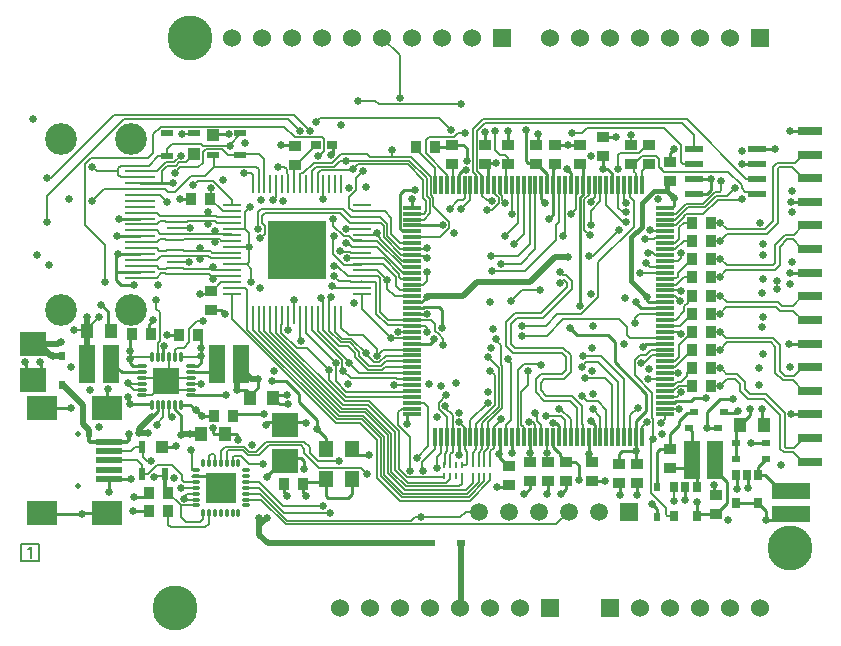
<source format=gtl>
%FSLAX25Y25*%
%MOIN*%
G70*
G01*
G75*
G04 Layer_Physical_Order=1*
G04 Layer_Color=255*
%ADD10O,0.03150X0.01181*%
%ADD11O,0.01181X0.03150*%
%ADD12R,0.09843X0.09843*%
%ADD13R,0.06102X0.02362*%
%ADD14R,0.10236X0.01102*%
%ADD15R,0.05906X0.01181*%
%ADD16R,0.01181X0.05906*%
%ADD17R,0.09843X0.07874*%
%ADD18R,0.09055X0.01969*%
%ADD19R,0.03937X0.03740*%
%ADD20R,0.01870X0.00787*%
%ADD21R,0.03937X0.03937*%
%ADD22R,0.02362X0.03937*%
%ADD23R,0.03937X0.02362*%
%ADD24R,0.03937X0.03937*%
%ADD25O,0.06102X0.00984*%
%ADD26O,0.00984X0.06102*%
%ADD27R,0.19685X0.19685*%
%ADD28R,0.03740X0.03937*%
%ADD29R,0.05512X0.12598*%
%ADD30R,0.03937X0.04724*%
%ADD31R,0.08661X0.07874*%
%ADD32R,0.04724X0.05512*%
%ADD33R,0.09055X0.09055*%
%ADD34O,0.01181X0.03543*%
%ADD35O,0.03543X0.01181*%
%ADD36R,0.02362X0.03150*%
%ADD37R,0.03543X0.03937*%
%ADD38R,0.00984X0.02362*%
%ADD39O,0.00984X0.02362*%
%ADD40R,0.03150X0.02362*%
%ADD41R,0.12598X0.05512*%
%ADD42R,0.02559X0.03543*%
%ADD43R,0.03937X0.03543*%
%ADD44R,0.07874X0.03150*%
%ADD45R,0.03543X0.03150*%
%ADD46C,0.00600*%
%ADD47C,0.01200*%
%ADD48C,0.01000*%
%ADD49C,0.00787*%
%ADD50C,0.00800*%
%ADD51C,0.02000*%
%ADD52C,0.01500*%
%ADD53C,0.15000*%
%ADD54R,0.06000X0.06000*%
%ADD55C,0.06000*%
%ADD56C,0.10600*%
%ADD57C,0.01969*%
%ADD58R,0.05906X0.05906*%
%ADD59C,0.05906*%
%ADD60C,0.02600*%
D10*
X207852Y241036D02*
D03*
Y239067D02*
D03*
Y237099D02*
D03*
Y235130D02*
D03*
Y233161D02*
D03*
Y231193D02*
D03*
Y229224D02*
D03*
X224388D02*
D03*
Y231193D02*
D03*
Y233161D02*
D03*
Y235130D02*
D03*
Y237099D02*
D03*
Y239067D02*
D03*
Y241036D02*
D03*
D11*
X210214Y226862D02*
D03*
X212183D02*
D03*
X214152D02*
D03*
X216120D02*
D03*
X218089D02*
D03*
X220057D02*
D03*
X222025D02*
D03*
Y243398D02*
D03*
X220057D02*
D03*
X218089D02*
D03*
X216120D02*
D03*
X214152D02*
D03*
X212183D02*
D03*
X210214D02*
D03*
D12*
X216120Y235130D02*
D03*
D13*
X373708Y348131D02*
D03*
Y343131D02*
D03*
Y338131D02*
D03*
Y333131D02*
D03*
X394968Y348131D02*
D03*
Y343131D02*
D03*
Y338131D02*
D03*
Y333131D02*
D03*
D14*
X189200Y305183D02*
D03*
Y307152D02*
D03*
Y309120D02*
D03*
Y311089D02*
D03*
Y313057D02*
D03*
Y315026D02*
D03*
Y316995D02*
D03*
Y318963D02*
D03*
Y320932D02*
D03*
Y322900D02*
D03*
Y324868D02*
D03*
Y326837D02*
D03*
Y328805D02*
D03*
Y330774D02*
D03*
Y332743D02*
D03*
Y334711D02*
D03*
Y336680D02*
D03*
Y338648D02*
D03*
Y340616D02*
D03*
D15*
X364126Y259551D02*
D03*
Y261520D02*
D03*
Y263488D02*
D03*
Y265457D02*
D03*
Y267425D02*
D03*
Y269394D02*
D03*
Y271362D02*
D03*
Y273331D02*
D03*
Y275299D02*
D03*
Y277268D02*
D03*
Y279236D02*
D03*
Y281205D02*
D03*
Y283173D02*
D03*
Y285142D02*
D03*
Y287110D02*
D03*
Y289079D02*
D03*
Y291047D02*
D03*
Y293016D02*
D03*
Y294984D02*
D03*
Y296953D02*
D03*
Y298921D02*
D03*
Y300890D02*
D03*
Y302858D02*
D03*
Y304827D02*
D03*
Y306795D02*
D03*
Y308764D02*
D03*
Y310732D02*
D03*
Y312701D02*
D03*
Y314669D02*
D03*
Y316638D02*
D03*
Y318606D02*
D03*
Y320575D02*
D03*
Y322543D02*
D03*
Y324512D02*
D03*
Y326480D02*
D03*
Y328449D02*
D03*
X279874D02*
D03*
Y326480D02*
D03*
Y324512D02*
D03*
Y322543D02*
D03*
Y320575D02*
D03*
Y318606D02*
D03*
Y316638D02*
D03*
Y314669D02*
D03*
Y312701D02*
D03*
Y310732D02*
D03*
Y308764D02*
D03*
Y306795D02*
D03*
Y304827D02*
D03*
Y302858D02*
D03*
Y300890D02*
D03*
Y298921D02*
D03*
Y296953D02*
D03*
Y294984D02*
D03*
Y293016D02*
D03*
Y291047D02*
D03*
Y289079D02*
D03*
Y287110D02*
D03*
Y285142D02*
D03*
Y283173D02*
D03*
Y281205D02*
D03*
Y279236D02*
D03*
Y277268D02*
D03*
Y275299D02*
D03*
Y273331D02*
D03*
Y271362D02*
D03*
Y269394D02*
D03*
Y267425D02*
D03*
Y265457D02*
D03*
Y263488D02*
D03*
Y261520D02*
D03*
Y259551D02*
D03*
D16*
X356449Y336126D02*
D03*
X354480D02*
D03*
X352512D02*
D03*
X350543D02*
D03*
X348575D02*
D03*
X346606D02*
D03*
X344638D02*
D03*
X342669D02*
D03*
X340701D02*
D03*
X338732D02*
D03*
X336764D02*
D03*
X334795D02*
D03*
X332827D02*
D03*
X330858D02*
D03*
X328890D02*
D03*
X326921D02*
D03*
X324953D02*
D03*
X322984D02*
D03*
X321016D02*
D03*
X319047D02*
D03*
X317079D02*
D03*
X315110D02*
D03*
X313142D02*
D03*
X311173D02*
D03*
X309205D02*
D03*
X307236D02*
D03*
X305268D02*
D03*
X303299D02*
D03*
X301331D02*
D03*
X299362D02*
D03*
X297394D02*
D03*
X295425D02*
D03*
X293457D02*
D03*
X291488D02*
D03*
X289520D02*
D03*
X287551D02*
D03*
Y251874D02*
D03*
X289520D02*
D03*
X291488D02*
D03*
X293457D02*
D03*
X295425D02*
D03*
X297394D02*
D03*
X299362D02*
D03*
X301331D02*
D03*
X303299D02*
D03*
X305268D02*
D03*
X307236D02*
D03*
X309205D02*
D03*
X311173D02*
D03*
X313142D02*
D03*
X315110D02*
D03*
X317079D02*
D03*
X319047D02*
D03*
X321016D02*
D03*
X322984D02*
D03*
X324953D02*
D03*
X326921D02*
D03*
X328890D02*
D03*
X330858D02*
D03*
X332827D02*
D03*
X334795D02*
D03*
X336764D02*
D03*
X338732D02*
D03*
X340701D02*
D03*
X342669D02*
D03*
X344638D02*
D03*
X346606D02*
D03*
X348575D02*
D03*
X350543D02*
D03*
X352512D02*
D03*
X354480D02*
D03*
X356449D02*
D03*
D17*
X156673Y226810D02*
D03*
Y261850D02*
D03*
X178326Y226810D02*
D03*
Y261850D02*
D03*
D18*
X178720Y250531D02*
D03*
Y244330D02*
D03*
Y238031D02*
D03*
Y247480D02*
D03*
Y241180D02*
D03*
D19*
X241000Y342850D02*
D03*
Y349150D02*
D03*
X213000Y294350D02*
D03*
Y300650D02*
D03*
X312364Y242347D02*
D03*
Y236048D02*
D03*
X331359Y237350D02*
D03*
Y243649D02*
D03*
X325239D02*
D03*
Y237350D02*
D03*
X319269Y243649D02*
D03*
Y237350D02*
D03*
X339769Y243547D02*
D03*
Y237248D02*
D03*
X349000Y243150D02*
D03*
Y236850D02*
D03*
X355000Y243150D02*
D03*
Y236850D02*
D03*
X381200Y226250D02*
D03*
Y232550D02*
D03*
X366000Y248150D02*
D03*
Y241850D02*
D03*
X304351Y343094D02*
D03*
Y349393D02*
D03*
X321351Y343191D02*
D03*
Y349490D02*
D03*
X327458Y343192D02*
D03*
Y349491D02*
D03*
X335829Y343159D02*
D03*
Y349458D02*
D03*
X343553Y345691D02*
D03*
Y351990D02*
D03*
X365761Y343790D02*
D03*
Y337491D02*
D03*
D20*
X199220Y314230D02*
D03*
Y312262D02*
D03*
Y310293D02*
D03*
Y308325D02*
D03*
Y306356D02*
D03*
X202271D02*
D03*
Y308325D02*
D03*
Y310293D02*
D03*
Y312262D02*
D03*
Y314230D02*
D03*
X199220Y325730D02*
D03*
Y323762D02*
D03*
Y321793D02*
D03*
Y319825D02*
D03*
Y317856D02*
D03*
X202271D02*
D03*
Y319825D02*
D03*
Y321793D02*
D03*
Y323762D02*
D03*
Y325730D02*
D03*
D21*
X196673Y248758D02*
D03*
D22*
X189980D02*
D03*
Y239702D02*
D03*
X197460D02*
D03*
D23*
X198302Y345740D02*
D03*
Y353220D02*
D03*
X207358D02*
D03*
X213642Y345880D02*
D03*
X222698D02*
D03*
Y353360D02*
D03*
D24*
X207358Y346527D02*
D03*
X213642Y352573D02*
D03*
D25*
X219748Y329264D02*
D03*
Y327295D02*
D03*
Y325327D02*
D03*
Y323358D02*
D03*
Y321390D02*
D03*
Y319421D02*
D03*
Y317453D02*
D03*
Y315484D02*
D03*
Y313516D02*
D03*
Y311547D02*
D03*
Y309579D02*
D03*
Y307610D02*
D03*
Y305642D02*
D03*
Y303673D02*
D03*
Y301705D02*
D03*
Y299736D02*
D03*
X263252D02*
D03*
Y301705D02*
D03*
Y303673D02*
D03*
Y305642D02*
D03*
Y307610D02*
D03*
Y309579D02*
D03*
Y311547D02*
D03*
Y313516D02*
D03*
Y315484D02*
D03*
Y317453D02*
D03*
Y319421D02*
D03*
Y321390D02*
D03*
Y323358D02*
D03*
Y325327D02*
D03*
Y327295D02*
D03*
Y329264D02*
D03*
D26*
X226736Y292748D02*
D03*
X228705D02*
D03*
X230673D02*
D03*
X232642D02*
D03*
X234610D02*
D03*
X236579D02*
D03*
X238547D02*
D03*
X240516D02*
D03*
X242484D02*
D03*
X244453D02*
D03*
X246421D02*
D03*
X248390D02*
D03*
X250358D02*
D03*
X252327D02*
D03*
X254295D02*
D03*
X256264D02*
D03*
Y336252D02*
D03*
X254295D02*
D03*
X252327D02*
D03*
X250358D02*
D03*
X248390D02*
D03*
X246421D02*
D03*
X244453D02*
D03*
X242484D02*
D03*
X240516D02*
D03*
X238547D02*
D03*
X236579D02*
D03*
X234610D02*
D03*
X232642D02*
D03*
X230673D02*
D03*
X228705D02*
D03*
X226736D02*
D03*
D27*
X241500Y314500D02*
D03*
D28*
X212650Y331500D02*
D03*
X206350D02*
D03*
X208650Y286000D02*
D03*
X202350D02*
D03*
X237070Y236340D02*
D03*
X243370D02*
D03*
X213850Y259000D02*
D03*
X220150D02*
D03*
X198650Y233500D02*
D03*
X192350D02*
D03*
X192750Y286300D02*
D03*
X186450D02*
D03*
D29*
X222874Y276300D02*
D03*
X215000D02*
D03*
X171626D02*
D03*
X179500D02*
D03*
X373126Y244500D02*
D03*
X381000D02*
D03*
D30*
X233637Y265100D02*
D03*
X225763D02*
D03*
X209563Y253000D02*
D03*
X217437D02*
D03*
X179437Y287300D02*
D03*
X171563D02*
D03*
X397237Y256000D02*
D03*
X389363D02*
D03*
D31*
X237500Y244094D02*
D03*
Y255906D02*
D03*
X153600Y271195D02*
D03*
Y283005D02*
D03*
D32*
X259900Y238000D02*
D03*
Y248000D02*
D03*
X251239D02*
D03*
Y238000D02*
D03*
D33*
X198000Y270800D02*
D03*
D34*
X202921Y262729D02*
D03*
X200953D02*
D03*
X198984D02*
D03*
X197016D02*
D03*
X195047D02*
D03*
X193079D02*
D03*
Y278871D02*
D03*
X195047D02*
D03*
X197016D02*
D03*
X198984D02*
D03*
X200953D02*
D03*
X202921D02*
D03*
D35*
X189929Y265879D02*
D03*
Y267847D02*
D03*
Y269816D02*
D03*
Y271784D02*
D03*
Y273753D02*
D03*
Y275721D02*
D03*
X206071D02*
D03*
Y273753D02*
D03*
Y271784D02*
D03*
Y269816D02*
D03*
Y267847D02*
D03*
Y265879D02*
D03*
D36*
X163300Y269357D02*
D03*
Y279200D02*
D03*
X361500Y235343D02*
D03*
Y225500D02*
D03*
D37*
X192350Y227500D02*
D03*
X198650D02*
D03*
X373350Y323500D02*
D03*
X379650D02*
D03*
X373350Y317500D02*
D03*
X379650D02*
D03*
X373350Y311500D02*
D03*
X379650D02*
D03*
X373350Y305500D02*
D03*
X379650D02*
D03*
X373350Y299200D02*
D03*
X379650D02*
D03*
X373350Y293200D02*
D03*
X379650D02*
D03*
X373350Y287200D02*
D03*
X379650D02*
D03*
X373350Y281200D02*
D03*
X379650D02*
D03*
X373350Y275200D02*
D03*
X379650D02*
D03*
X373350Y269200D02*
D03*
X379650D02*
D03*
X281115Y348556D02*
D03*
X287414D02*
D03*
D38*
X296472Y242821D02*
D03*
X305972Y243119D02*
D03*
D39*
X294503Y242821D02*
D03*
X292535D02*
D03*
X290566D02*
D03*
X296472Y238884D02*
D03*
X294503D02*
D03*
X292535D02*
D03*
X290566D02*
D03*
X304003Y243119D02*
D03*
X302035D02*
D03*
X300066D02*
D03*
X305972Y239182D02*
D03*
X304003D02*
D03*
X302035D02*
D03*
X300066D02*
D03*
D40*
X286200Y216700D02*
D03*
X296042D02*
D03*
X374000Y260500D02*
D03*
X383842D02*
D03*
X372158Y255000D02*
D03*
X382000D02*
D03*
X397843Y250000D02*
D03*
X388000D02*
D03*
X397843Y244600D02*
D03*
X388000D02*
D03*
D41*
X406200Y234174D02*
D03*
Y226300D02*
D03*
D42*
X395340Y239424D02*
D03*
X391600D02*
D03*
X387860D02*
D03*
Y229976D02*
D03*
X395340D02*
D03*
X374740Y235224D02*
D03*
X371000D02*
D03*
X367260D02*
D03*
Y225776D02*
D03*
X374740D02*
D03*
D43*
X293351Y343070D02*
D03*
Y349369D02*
D03*
X311900Y349350D02*
D03*
Y343050D02*
D03*
X352861Y343046D02*
D03*
Y349346D02*
D03*
X358861Y343039D02*
D03*
Y349338D02*
D03*
D44*
X412400Y354036D02*
D03*
Y330414D02*
D03*
Y322540D02*
D03*
Y314666D02*
D03*
Y306792D02*
D03*
Y298918D02*
D03*
Y291044D02*
D03*
Y283170D02*
D03*
Y275296D02*
D03*
Y267422D02*
D03*
Y259548D02*
D03*
Y251674D02*
D03*
Y243800D02*
D03*
Y338288D02*
D03*
Y346162D02*
D03*
D45*
X247744Y349500D02*
D03*
X253256D02*
D03*
D46*
X212183Y243398D02*
Y245783D01*
X212700Y246300D01*
X213700D01*
X214152Y245848D01*
Y243398D02*
Y245848D01*
X198650Y222750D02*
Y227500D01*
Y222750D02*
X199400Y222000D01*
X211000D01*
X212183Y223183D01*
Y226862D01*
X202864Y225336D02*
Y229224D01*
Y225336D02*
X204600Y223600D01*
X209100D01*
X210214Y224714D01*
Y226862D01*
X202864Y229224D02*
X207852D01*
X198650Y233439D02*
X202864Y229224D01*
X198650Y233439D02*
Y233500D01*
X203100Y231400D02*
X204861Y233161D01*
X203100Y231400D02*
X203307Y231193D01*
X207852D01*
X203701Y237099D02*
X206671D01*
X203108Y237692D02*
X203701Y237099D01*
X203108Y237692D02*
Y239492D01*
X200029Y242571D02*
X203108Y239492D01*
X204861Y233161D02*
X207852D01*
X203000Y235000D02*
X207722D01*
X207852Y235130D01*
X193900Y238600D02*
X194260Y238960D01*
X196718D01*
X262944Y241656D02*
X264800Y239800D01*
X259300Y241656D02*
X262944D01*
X259300D02*
X262635D01*
X248944D02*
X259300D01*
X244903Y281597D02*
X252200Y274300D01*
X241392Y281597D02*
X244903D01*
X252200Y271079D02*
Y274300D01*
X236579Y289632D02*
Y292748D01*
X236347Y289400D02*
X236579Y289632D01*
X236347Y286642D02*
Y289400D01*
Y286642D02*
X241392Y281597D01*
X232642Y286953D02*
X256895Y262700D01*
X230673Y287224D02*
X256398Y261500D01*
X228705Y287496D02*
X255901Y260300D01*
X226736Y287767D02*
X255403Y259100D01*
X225000Y287806D02*
X254906Y257900D01*
X219700Y291409D02*
X254409Y256700D01*
X219700Y291409D02*
Y299688D01*
X254409Y256700D02*
X262600D01*
X254906Y257900D02*
X263097D01*
X255403Y259100D02*
X263594D01*
X255901Y260300D02*
X264091D01*
X256398Y261500D02*
X264588D01*
X256895Y262700D02*
X265085D01*
X275200Y255979D02*
Y260300D01*
X265085Y262700D02*
X274200Y253585D01*
X264588Y261500D02*
X273000Y253088D01*
X264091Y260300D02*
X271800Y252591D01*
X263594Y259100D02*
X270600Y252094D01*
X263097Y257900D02*
X269400Y251597D01*
X262600Y256700D02*
X268200Y251100D01*
X219700Y299688D02*
X219748Y299736D01*
X257823Y265457D02*
X279874D01*
X252840Y270440D02*
X257823Y265457D01*
X252600Y270679D02*
X252840Y270440D01*
X252200Y271079D02*
X252600Y270679D01*
X257795Y267194D02*
X279643D01*
X254400Y270589D02*
X257795Y267194D01*
X254400Y270589D02*
Y276700D01*
X257011Y274200D02*
X259617Y271594D01*
X256700Y274200D02*
X257011D01*
X259617Y271594D02*
X274717D01*
X256600Y274300D02*
X256700Y274200D01*
X256600Y274300D02*
Y277611D01*
X248400Y244100D02*
X255400D01*
X288800Y261284D02*
Y263500D01*
X291000Y261800D02*
Y262500D01*
Y261800D02*
X293400Y259400D01*
X291143Y236803D02*
X292535Y238195D01*
Y238884D01*
X295603Y235603D02*
X296472Y236472D01*
X298206Y233203D02*
X302035Y237032D01*
X298703Y232003D02*
X304003Y237303D01*
X297878Y227178D02*
X302306D01*
X296000Y225300D02*
X297878Y227178D01*
X297709Y234403D02*
X300066Y236760D01*
X296472Y236472D02*
Y238884D01*
X225000Y287806D02*
Y301000D01*
X226736Y287767D02*
Y292748D01*
X228705Y287496D02*
Y292748D01*
X230673Y287224D02*
Y292748D01*
X232642Y286953D02*
Y292748D01*
X224295Y301705D02*
X225000Y301000D01*
X242835Y249300D02*
X244018Y248117D01*
X232165Y249300D02*
X242835D01*
X228765Y245900D02*
X232165Y249300D01*
X245800Y246700D02*
X248400Y244100D01*
X245800Y246700D02*
Y248600D01*
X243900Y250500D02*
X245800Y248600D01*
X231300Y250500D02*
X243900D01*
X202282Y343600D02*
X204430D01*
X207358Y346527D01*
X202400Y341900D02*
X208626D01*
X200700Y340200D02*
X202400Y341900D01*
X200644Y343659D02*
X202785Y345800D01*
X201141Y342459D02*
X202282Y343600D01*
X202785Y345800D02*
X202800D01*
X208626Y341900D02*
X210226Y343500D01*
Y346886D01*
X200900Y333800D02*
X206206Y339106D01*
X198400Y333800D02*
X200900D01*
X197489Y334711D02*
X198400Y333800D01*
X189200Y334711D02*
X197489D01*
X195757Y332743D02*
X198100Y330400D01*
X189200Y332743D02*
X195757D01*
X206206Y339106D02*
X210906D01*
X207000Y335900D02*
X208500Y337400D01*
X213511D01*
X219748Y331163D01*
X306400Y330900D02*
X306500Y330800D01*
X304900Y330900D02*
X306400D01*
X307236Y333278D02*
Y336126D01*
Y333278D02*
X308241Y332273D01*
X308700Y329889D02*
Y331911D01*
X308338Y332273D02*
X308700Y331911D01*
X306579Y327768D02*
X308700Y329889D01*
X304868Y327768D02*
X306579D01*
X310000Y330900D02*
X310900Y330000D01*
X310000Y330900D02*
Y332308D01*
X308241Y332273D02*
X308338D01*
X309205Y333104D02*
X310000Y332308D01*
X309205Y333104D02*
Y336126D01*
X397763Y266300D02*
X404100Y259963D01*
Y248863D02*
Y259963D01*
Y248863D02*
X404463Y248500D01*
X382500Y269200D02*
X384725Y271425D01*
X387675D01*
X389300Y269800D01*
Y267237D02*
Y269800D01*
Y267237D02*
X391837Y264700D01*
X397100D01*
X402500Y259300D01*
Y248200D02*
Y259300D01*
Y248200D02*
X403800Y246900D01*
X407000D01*
X410100Y243800D01*
X412400D01*
X392500Y266300D02*
X397763D01*
X390900Y267900D02*
X392500Y266300D01*
X371700Y296563D02*
Y297550D01*
X373350Y299200D01*
X370679Y295541D02*
X371700Y296563D01*
X370679Y293879D02*
Y295541D01*
X367847Y291047D02*
X370679Y293879D01*
X369100Y297400D02*
X369300D01*
X367579Y298921D02*
X369100Y297400D01*
X285600Y352100D02*
X293911D01*
X291488Y336126D02*
Y339469D01*
X284400Y346557D02*
X291488Y339469D01*
X284400Y346557D02*
Y350900D01*
X285600Y352100D01*
X281115Y348136D02*
X287551Y341700D01*
Y336126D02*
Y341700D01*
X281115Y348136D02*
Y348556D01*
X249350Y358350D02*
X288950D01*
X247900Y356900D02*
X249350Y358350D01*
X288950D02*
X293000Y354300D01*
X293911Y352100D02*
X295211Y353400D01*
X383000Y334400D02*
Y337500D01*
X380840Y333860D02*
X382460D01*
X376830Y329850D02*
X380840Y333860D01*
X382460D02*
X383000Y334400D01*
X391166Y338131D02*
X394968D01*
X391000Y333700D02*
X394398D01*
X389700Y335000D02*
X391000Y333700D01*
X389700Y335000D02*
Y336011D01*
X394398Y333700D02*
X394968Y333131D01*
X384800Y332400D02*
X387500Y335100D01*
X381203Y332400D02*
X384800D01*
X301483Y340851D02*
Y345337D01*
X301500Y345354D02*
Y345608D01*
X301483Y345337D02*
X301500Y345354D01*
X301483Y345626D02*
X301500Y345608D01*
X300283Y340354D02*
X301331Y339306D01*
X301483Y340851D02*
X303299Y339034D01*
X298200Y243000D02*
Y245100D01*
X296472Y242821D02*
X298021D01*
X298200Y243000D01*
Y245100D02*
Y247100D01*
Y244800D02*
Y245100D01*
X297394Y247906D02*
X298200Y247100D01*
X296472Y242821D02*
Y243072D01*
X297394Y247906D02*
Y251874D01*
X244018Y246583D02*
Y248117D01*
Y246583D02*
X248944Y241656D01*
X225103Y245900D02*
X228765D01*
X218646Y247546D02*
X223457D01*
X218089Y246989D02*
X218646Y247546D01*
X218089Y244579D02*
Y246989D01*
X280700Y225300D02*
X282700D01*
X279500Y224100D02*
X280700Y225300D01*
X238306Y224100D02*
X279500D01*
X229306Y233100D02*
X238306Y224100D01*
X225630Y233100D02*
X229306D01*
X225569Y233161D02*
X225630Y233100D01*
X228973Y235130D02*
X237303Y226800D01*
X225569Y235130D02*
X228973D01*
X228701Y237099D02*
X236700Y229100D01*
X225569Y237099D02*
X228701D01*
X236700Y229100D02*
X250100D01*
X237303Y226800D02*
X252600D01*
X237809Y222900D02*
X328028D01*
X229516Y231193D02*
X237809Y222900D01*
X225569Y231193D02*
X229516D01*
X328028Y222900D02*
X332306Y227178D01*
X206300Y247600D02*
X206429D01*
X206671Y247358D01*
Y241036D02*
Y247358D01*
X295211Y353400D02*
X297600D01*
X306395Y307295D02*
X317595D01*
X331263Y305900D02*
X333100Y304063D01*
X330300Y305900D02*
X331263D01*
X329300Y306900D02*
X330300Y305900D01*
X333100Y301400D02*
Y304063D01*
X330600Y304300D02*
X331500Y303400D01*
X330300Y304300D02*
X330600D01*
X329300Y303300D02*
X330300Y304300D01*
X331500Y302063D02*
Y303400D01*
X322737Y293300D02*
X331500Y302063D01*
X314137Y293300D02*
X322737D01*
X311100Y290263D02*
X314137Y293300D01*
X307500Y353900D02*
X307700D01*
X307400Y347800D02*
X309100Y346100D01*
X311000D01*
X311900Y345200D01*
Y343050D02*
Y345200D01*
X228705Y336252D02*
Y341295D01*
X230673Y336252D02*
Y344627D01*
X229000Y346300D02*
X230673Y344627D01*
X223118Y346300D02*
X229000D01*
X205600Y288062D02*
X208238Y290700D01*
X205600Y283600D02*
Y288062D01*
X203800Y281800D02*
X205600Y283600D01*
X201600Y281800D02*
X203800D01*
X200953Y281153D02*
X201600Y281800D01*
X200953Y278871D02*
Y281153D01*
X359405Y281205D02*
X364126D01*
X357700Y279500D02*
X359405Y281205D01*
X355889Y279500D02*
X357700D01*
X359736Y279236D02*
X364126D01*
X357300Y276800D02*
X359736Y279236D01*
X354100Y277711D02*
X355889Y279500D01*
X354100Y272700D02*
Y277711D01*
X356300Y276800D02*
X357300D01*
X291488Y247288D02*
Y251874D01*
X290566Y242821D02*
X290720Y242975D01*
X255708Y344100D02*
X258000D01*
X259000Y332089D02*
X261200Y334289D01*
X278500Y342900D02*
X283661Y337739D01*
X278997Y344100D02*
X284861Y338236D01*
X285000Y287226D02*
Y288400D01*
X284787Y287013D02*
X285000Y287226D01*
X270000Y385000D02*
X275700Y379300D01*
Y365100D02*
Y379300D01*
X275600Y305321D02*
Y306500D01*
X270553Y311547D02*
X275600Y306500D01*
X263252Y311547D02*
X270553D01*
X276095Y304827D02*
X279874D01*
X275600Y305321D02*
X276095Y304827D01*
X284431Y312469D02*
X285000Y311900D01*
Y311700D02*
Y311900D01*
X284640Y314669D02*
X285000Y315030D01*
Y315100D01*
X274079Y298921D02*
X279874D01*
X271550Y301450D02*
Y304350D01*
Y301450D02*
X274079Y298921D01*
X268313Y315484D02*
X277002Y306795D01*
X268247Y317453D02*
X276458Y309242D01*
X269225Y318172D02*
X276665Y310732D01*
X276295Y312800D02*
X279775D01*
X270425Y318670D02*
X276295Y312800D01*
X276458Y309242D02*
X276936Y308764D01*
X277002Y306795D02*
X279874D01*
X276936Y308764D02*
X279874D01*
X263252Y317453D02*
X268247D01*
X263252Y315484D02*
X268313D01*
X276665Y310732D02*
X279874D01*
X279775Y312800D02*
X279874Y312701D01*
X268290Y307610D02*
X271550Y304350D01*
X263252Y307610D02*
X268290D01*
X271803Y289400D02*
X279553D01*
X268000Y293203D02*
X271803Y289400D01*
X279553D02*
X279874Y289079D01*
X284321D01*
X285000Y288400D01*
X271700Y291200D02*
X279721D01*
X269200Y293700D02*
X271700Y291200D01*
X270200Y281200D02*
X279869D01*
X268000Y293203D02*
Y303300D01*
X267627Y303673D02*
X268000Y303300D01*
X263252Y303673D02*
X267627D01*
X269200Y293700D02*
Y305000D01*
X268558Y305642D02*
X269200Y305000D01*
X263252Y305642D02*
X268558D01*
X275300Y287200D02*
X279784D01*
X279874Y287110D01*
X246421Y336252D02*
Y340718D01*
X279869Y281200D02*
X279874Y281205D01*
X272825Y319664D02*
Y325175D01*
Y319664D02*
X275789Y316700D01*
X269196Y325327D02*
X271625Y322897D01*
Y319166D02*
Y322897D01*
X263252Y323358D02*
X269467D01*
X270425Y322400D01*
Y318670D02*
Y322400D01*
X269225Y318172D02*
Y318475D01*
X268279Y319421D02*
X269225Y318475D01*
X263252Y319421D02*
X268279D01*
X263252Y327295D02*
X270705D01*
X272825Y325175D01*
X263252Y325327D02*
X269196D01*
X271625Y319166D02*
X275992Y314800D01*
X273200Y345300D02*
Y347600D01*
X255000Y309100D02*
X258458Y305642D01*
X253900Y309100D02*
X255000D01*
X253975Y305426D02*
X255495Y303905D01*
X253975Y305426D02*
Y305600D01*
X255495Y303905D02*
X259300D01*
X259531Y303673D01*
X263252D01*
X279494Y345300D02*
X286061Y338734D01*
X273200Y345300D02*
X279494D01*
X308000Y284100D02*
Y284700D01*
X258800Y276700D02*
X258900Y276600D01*
X258800Y276700D02*
Y277108D01*
X244453Y292748D02*
X244500Y292701D01*
X279764Y301000D02*
X279874Y300890D01*
X258684Y316700D02*
X259900Y315484D01*
X263252D01*
X258000Y316700D02*
X258684D01*
X219469Y319700D02*
X219748Y319421D01*
X258247Y311547D02*
X263252D01*
X229700Y323411D02*
Y325700D01*
X229300Y318300D02*
X230700Y319700D01*
X229700Y323411D02*
X230700Y322411D01*
Y319700D02*
Y322411D01*
X259242Y323358D02*
X263252D01*
X204996Y323993D02*
X211700D01*
X202271Y325730D02*
X211800D01*
X279801Y304900D02*
X279874Y304827D01*
X330700Y335968D02*
X330858Y336126D01*
X339500Y322700D02*
Y327389D01*
Y330700D02*
X340701Y331901D01*
X339500Y330500D02*
Y330700D01*
X342669Y330558D02*
Y336126D01*
X339500Y327389D02*
X342669Y330558D01*
X340701Y331901D02*
Y336126D01*
X279842Y310700D02*
X279874Y310732D01*
X279743Y314800D02*
X279874Y314669D01*
X275992Y314800D02*
X279743D01*
X275789Y316700D02*
X279812D01*
X279874Y316638D01*
Y326480D02*
X283780D01*
X275992Y314800D02*
X276021D01*
X283780Y326480D02*
X284600Y327300D01*
X211700Y322900D02*
Y323993D01*
X211800Y325730D02*
Y326900D01*
X203832Y319593D02*
X206818D01*
X203600Y319825D02*
X203832Y319593D01*
X202271Y319825D02*
X203600D01*
X213230Y313516D02*
X219748D01*
X202271Y323762D02*
X204764D01*
X204996Y323993D01*
X196718Y238960D02*
X197460Y239702D01*
X189980D02*
Y242620D01*
X188270Y244330D02*
X189980Y242620D01*
X178720Y244330D02*
X188270D01*
X191500Y244100D02*
X192800D01*
X190100Y245500D02*
X191500Y244100D01*
X190100Y245500D02*
Y248637D01*
X189980Y248758D02*
X190100Y248637D01*
X186180Y247480D02*
X187458Y248758D01*
X189980D01*
X178720Y247480D02*
X186180D01*
X219706Y323400D02*
X219748Y323358D01*
X364126Y324512D02*
X367652D01*
X364126Y326480D02*
X367924D01*
X370500Y323500D02*
X373350D01*
X369000Y322000D02*
X370500Y323500D01*
X382500Y317500D02*
X384800Y319800D01*
X400800Y316200D02*
X404100Y319500D01*
X400800Y309900D02*
Y316200D01*
X402400Y315537D02*
X404763Y317900D01*
X402400Y309237D02*
Y315537D01*
X301331Y336126D02*
Y339306D01*
X303299Y336126D02*
Y339034D01*
X199220Y310293D02*
X202271D01*
X199220Y321793D02*
X202271D01*
X205907D01*
X202271Y310293D02*
X205493D01*
X199220Y306356D02*
X202271D01*
X199220Y308325D02*
X202271D01*
X195680Y308140D02*
X197716D01*
X197900Y308325D02*
X199220D01*
X197716Y308140D02*
X197900Y308325D01*
Y306356D02*
X199220D01*
X197716Y306540D02*
X197900Y306356D01*
X194700Y309120D02*
X195680Y308140D01*
X189200Y309120D02*
X194700D01*
X197900Y314230D02*
X199220D01*
X197716Y314046D02*
X197900Y314230D01*
Y312262D02*
X199220D01*
X197716Y312446D02*
X197900Y312262D01*
X195680Y314046D02*
X197716D01*
X194700Y315026D02*
X195680Y314046D01*
X189200Y315026D02*
X194700D01*
X196057Y312446D02*
X197716D01*
X194700Y311089D02*
X196057Y312446D01*
X189200Y311089D02*
X194700D01*
X199220Y312262D02*
X202271D01*
X199220Y314230D02*
X202271D01*
X199220Y317856D02*
X202271D01*
X199220Y319825D02*
X202271D01*
X199220Y323762D02*
X202271D01*
X199220Y325730D02*
X202271D01*
X197600Y318163D02*
X197907Y317856D01*
X199220D01*
X197600Y319763D02*
X197661Y319825D01*
X199220D01*
X195869Y319763D02*
X197600D01*
X194700Y320932D02*
X195869Y319763D01*
X189200Y320932D02*
X194700D01*
X195869Y318163D02*
X197600D01*
X194700Y316995D02*
X195869Y318163D01*
X189200Y316995D02*
X194700D01*
X197900Y325730D02*
X199220D01*
X197716Y325546D02*
X197900Y325730D01*
Y323762D02*
X199220D01*
X197716Y323946D02*
X197900Y323762D01*
X195991Y325546D02*
X197716D01*
X194700Y326837D02*
X195991Y325546D01*
X189200Y326837D02*
X194700D01*
X195746Y323946D02*
X197716D01*
X194700Y322900D02*
X195746Y323946D01*
X189200Y322900D02*
X194700D01*
X410374Y251674D02*
X412400D01*
X407200Y248500D02*
X410374Y251674D01*
X404463Y248500D02*
X407200D01*
X384600Y273025D02*
X388338D01*
X384050Y273575D02*
X384600Y273025D01*
X384050Y273575D02*
Y273650D01*
X382500Y275200D02*
X384050Y273650D01*
X410096Y275296D02*
X412400D01*
X407300Y272500D02*
X410096Y275296D01*
X404063Y272500D02*
X407300D01*
X410178Y267422D02*
X412400D01*
X406700Y270900D02*
X410178Y267422D01*
X402500Y274063D02*
X404063Y272500D01*
X400213Y285150D02*
X402500Y282863D01*
X384550Y285150D02*
X400213D01*
X382500Y287200D02*
X384550Y285150D01*
X400900Y273400D02*
X403400Y270900D01*
X384850Y283550D02*
X399550D01*
X382500Y281200D02*
X384850Y283550D01*
X403400Y270900D02*
X406700D01*
X402500Y274063D02*
Y282863D01*
X400900Y273400D02*
Y282200D01*
X399550Y283550D02*
X400900Y282200D01*
X402400Y294200D02*
X406900D01*
X410056Y291044D01*
X412400D01*
X409918Y298918D02*
X412400D01*
X406800Y295800D02*
X409918Y298918D01*
X404800Y295800D02*
X406800D01*
X404800D02*
X406200D01*
X403063D02*
X404800D01*
X401963Y296900D02*
X403063Y295800D01*
X384800Y296900D02*
X401963D01*
X382500Y299200D02*
X384800Y296900D01*
X401300Y295300D02*
X402400Y294200D01*
X384600Y295300D02*
X401300D01*
X382500Y293200D02*
X384600Y295300D01*
X406700Y317900D02*
X409934Y314666D01*
X412400D01*
X410140Y322540D02*
X412400D01*
X407100Y319500D02*
X410140Y322540D01*
X405400Y319500D02*
X407100D01*
X405400D02*
X406700D01*
X404100D02*
X405400D01*
X382500Y311500D02*
X384750Y309250D01*
X382500Y305500D02*
X384650Y307650D01*
X404763Y317900D02*
X406700D01*
X303299Y332501D02*
X304900Y330900D01*
X303299Y332501D02*
Y336126D01*
X340200Y261300D02*
X342669Y258831D01*
Y251874D02*
Y258831D01*
X344300Y271700D02*
X346606Y269394D01*
Y251874D02*
Y269394D01*
X348575Y251874D02*
Y270225D01*
X342700Y279100D02*
X350543Y271257D01*
Y251874D02*
Y271257D01*
X352512Y259212D02*
X355100Y261800D01*
X352512Y251874D02*
Y259212D01*
X356449Y255449D02*
X358700Y257700D01*
X356449Y251874D02*
Y255449D01*
X371500Y273350D02*
X373350Y275200D01*
X371500Y272500D02*
Y273350D01*
X364126Y273331D02*
X368631D01*
X369375Y277225D02*
X373350Y281200D01*
X367450Y275299D02*
X369375Y277225D01*
X364126Y275299D02*
X367450D01*
X364126Y277268D02*
X367468D01*
X368900Y278700D01*
Y282750D01*
X373350Y287200D01*
X364126Y275299D02*
X366799D01*
X368790Y287110D02*
X369400Y286500D01*
X364126Y287110D02*
X368790D01*
X364126Y298921D02*
X367579D01*
X356449Y340626D02*
X358861Y343039D01*
X356449Y336126D02*
Y340626D01*
X291930Y343351D02*
X293457Y341824D01*
X309554Y309854D02*
X316254D01*
X321016Y314616D01*
Y336126D01*
X315113Y312413D02*
X319047Y316347D01*
Y336126D01*
X317079Y319679D02*
Y336126D01*
X299362Y331162D02*
Y336126D01*
X369390Y300890D02*
X370000Y301500D01*
X364126Y300890D02*
X369390D01*
X358000Y310000D02*
X359236Y308764D01*
X364126D01*
X355705Y306795D02*
X364126D01*
X369500Y313500D02*
X370000D01*
X370389Y317500D02*
X373350D01*
X364126Y304827D02*
X364299Y305000D01*
X355500Y307000D02*
X355705Y306795D01*
X206071Y269816D02*
X209484D01*
X275900Y301000D02*
X279764D01*
X274400Y302500D02*
X275900Y301000D01*
X258458Y305642D02*
X263252D01*
X263020Y303905D02*
X263252Y303673D01*
X252327Y297927D02*
X253000Y298600D01*
X250358Y292748D02*
Y297742D01*
X249600Y298500D02*
X250358Y297742D01*
X214935Y323358D02*
X219748D01*
X211700Y323993D02*
X214300D01*
X214935Y323358D01*
X214903Y325327D02*
X219748D01*
X211800Y325730D02*
X214500D01*
X214903Y325327D01*
X279874Y318606D02*
X289204D01*
X364126Y310732D02*
X368500D01*
X369500Y311732D01*
Y313500D01*
X364126Y316638D02*
X367638D01*
X369000Y318000D01*
Y322000D01*
X364126Y314669D02*
X367558D01*
X370389Y317500D01*
X364299Y305000D02*
X368000D01*
X368500Y305500D01*
Y306650D01*
X373350Y311500D01*
X364126Y302858D02*
X367858D01*
X370500Y305500D01*
X373350D01*
X364126Y289079D02*
X369229D01*
X373350Y293200D01*
X364126Y291047D02*
X367847D01*
X222698Y345880D02*
X223118Y346300D01*
X360000Y258500D02*
Y266800D01*
X358638Y271362D02*
X364126D01*
X354100Y272700D02*
X360000Y266800D01*
X367260Y230860D02*
Y235224D01*
X367200Y230800D02*
X367260Y230860D01*
X360000Y258500D02*
X360300Y258200D01*
X364432Y226368D02*
X365024Y225776D01*
X359419Y233395D02*
X364432Y228382D01*
Y226368D02*
Y228382D01*
X388338Y273025D02*
X390900Y270463D01*
Y267900D02*
Y270463D01*
X364126Y261520D02*
X368700D01*
X364126Y269394D02*
X367245D01*
X368221Y270370D01*
X369370D01*
X371500Y272500D01*
X373321Y269170D02*
X373350Y269200D01*
X368719Y269170D02*
X373321D01*
X364126Y267425D02*
X366974D01*
X368719Y269170D01*
X202921Y278871D02*
X209171D01*
X209400Y279100D01*
X185850Y278200D02*
X186521Y278871D01*
X193079D01*
X367038Y225776D02*
X367260D01*
X365024D02*
X367038D01*
X360300Y251600D02*
Y258200D01*
X359419Y233395D02*
Y250719D01*
X360300Y251600D01*
X360100Y251400D02*
X360300Y251600D01*
X364126Y258026D02*
Y259551D01*
X362700Y256600D02*
X364126Y258026D01*
X218592Y345880D02*
X222698D01*
X213642D02*
X213794Y345728D01*
X187284Y267847D02*
X189929D01*
X185316Y269816D02*
X189929D01*
X185316D02*
X187284Y267847D01*
X198984Y259456D02*
Y262729D01*
Y259456D02*
X199859Y258581D01*
X307236Y248499D02*
Y251874D01*
X305972Y247235D02*
X307236Y248499D01*
X305972Y243119D02*
Y247235D01*
X305268Y248228D02*
Y251874D01*
X300066Y243119D02*
Y246766D01*
X301331Y248031D01*
Y251874D01*
X304003Y243119D02*
Y246963D01*
X305268Y248228D01*
X303299Y247956D02*
Y251874D01*
X302035Y246692D02*
X303299Y247956D01*
X302035Y243119D02*
Y246692D01*
X293400Y251931D02*
X293457Y251874D01*
X293400Y251931D02*
Y259400D01*
X297394Y251874D02*
Y255106D01*
X307236Y251874D02*
Y255536D01*
X252327Y292748D02*
Y297927D01*
X219748Y301705D02*
X224295D01*
X295800Y230803D02*
X298900D01*
X279874Y312701D02*
X280105Y312469D01*
X284431D01*
X279874Y314669D02*
X284640D01*
X263247Y327300D02*
X263252Y327295D01*
X228500Y321500D02*
Y327000D01*
X259473Y325327D02*
X263252D01*
X242484Y284190D02*
X242800Y283874D01*
X242484Y284190D02*
Y292748D01*
X260100Y327300D02*
X263247D01*
X259000Y328400D02*
X260100Y327300D01*
X259000Y328400D02*
Y332089D01*
X279874Y324512D02*
X283712D01*
X263252Y309579D02*
X270118D01*
X274400Y305297D01*
Y302500D02*
Y305297D01*
X410162Y346162D02*
X412400D01*
X407500Y343500D02*
X410162Y346162D01*
X406100Y343500D02*
X407500D01*
X401437D02*
X406100D01*
X410212Y338288D02*
X412400D01*
X406600Y341900D02*
X410212Y338288D01*
X402100Y341900D02*
X406600D01*
X401700Y341500D02*
X402100Y341900D01*
X400100Y342163D02*
X401437Y343500D01*
X401700Y323337D02*
Y341500D01*
X400100Y324000D02*
Y342163D01*
X384700Y321300D02*
X397400D01*
X400100Y324000D01*
X382500Y323500D02*
X384700Y321300D01*
X367652Y324512D02*
X371790Y328650D01*
X367924Y326480D02*
X371293Y329850D01*
X370679Y325841D02*
X371206Y326368D01*
X364126Y322543D02*
X367743D01*
X370679Y325479D01*
Y325841D01*
X371790Y328650D02*
X377453D01*
X389700Y331200D02*
X390000Y331500D01*
X371206Y326368D02*
X376869D01*
X381700Y331200D01*
X389700D01*
X377453Y328650D02*
X381203Y332400D01*
X371293Y329850D02*
X376830D01*
X293457Y336126D02*
Y341824D01*
X384800Y319800D02*
X398163D01*
X401700Y323337D01*
X384750Y309250D02*
X400150D01*
X400800Y309900D01*
X384650Y307650D02*
X400813D01*
X402400Y309237D01*
X334795Y332895D02*
Y336126D01*
X338732Y332843D02*
Y336126D01*
X337300Y321100D02*
X339100Y319300D01*
X334500Y332600D02*
X334795Y332895D01*
X337300Y331411D02*
X338732Y332843D01*
X332900Y326500D02*
X334500Y328100D01*
Y332600D01*
X337300Y321100D02*
Y331411D01*
X313900Y316500D02*
X317079Y319679D01*
X315110Y336126D02*
X315325Y335912D01*
X311000Y319200D02*
X315325Y323525D01*
Y335912D01*
X313142Y326456D02*
Y336126D01*
X313133Y326448D02*
X313142Y326456D01*
X313132Y326448D02*
X313133D01*
X313125Y326455D02*
Y326483D01*
Y326455D02*
X313132Y326448D01*
X299362Y251874D02*
Y257662D01*
X336500Y275500D02*
X337900Y276900D01*
X336900Y279100D02*
X342700D01*
X337500Y271700D02*
X344300D01*
X337900Y276900D02*
X341900D01*
X348575Y270225D01*
X197016Y258716D02*
Y262729D01*
X194700Y255900D02*
Y256400D01*
X197016Y258716D01*
X194760Y242571D02*
X200029D01*
X191891Y239702D02*
X194760Y242571D01*
X189980Y239702D02*
X191891D01*
X305972Y237575D02*
Y239182D01*
X295800Y230803D02*
X299200D01*
X304003Y237303D02*
Y239182D01*
X302035Y237032D02*
Y239182D01*
X300066Y236760D02*
Y239182D01*
X299200Y230803D02*
X305972Y237575D01*
X330363Y281800D02*
X332700Y279463D01*
X323400Y291700D02*
X333100Y301400D01*
X336764Y251874D02*
Y256064D01*
X336579Y256248D02*
X336764Y256064D01*
X314100Y281800D02*
X330363D01*
X312700Y283200D02*
X314100Y281800D01*
X314800Y291700D02*
X323400D01*
X312700Y289600D02*
X314800Y291700D01*
X312700Y283200D02*
Y289600D01*
X336579Y256248D02*
Y262283D01*
X344638Y251874D02*
Y260962D01*
X341700Y263900D02*
X344638Y260962D01*
X330858Y251874D02*
Y257542D01*
X329400Y259000D02*
X330858Y257542D01*
X324500Y259000D02*
X329400D01*
X311100Y282537D02*
Y290263D01*
Y282537D02*
X313437Y280200D01*
X334795Y251874D02*
X334980Y252058D01*
Y261620D01*
X322984Y251874D02*
Y256116D01*
X321600Y257500D02*
X322984Y256116D01*
X321600Y257500D02*
Y257600D01*
X321000Y251890D02*
X321016Y251874D01*
X321000Y251890D02*
Y255800D01*
X308000Y284100D02*
X309400Y282700D01*
Y276197D02*
Y282700D01*
Y276197D02*
X310000Y275597D01*
X305200Y278700D02*
X308800Y275100D01*
X306000Y274200D02*
X307600Y272600D01*
Y262600D02*
Y272600D01*
X308800Y262103D02*
Y275100D01*
X310000Y261606D02*
Y275597D01*
X332500Y264100D02*
X334980Y261620D01*
X331100Y274300D02*
Y278800D01*
X324000Y264100D02*
X332500D01*
X329900Y273100D02*
X331100Y274300D01*
X323000Y273100D02*
X329900D01*
X321200Y271300D02*
X323000Y273100D01*
X321200Y266900D02*
X324000Y264100D01*
X333163Y265700D02*
X336579Y262283D01*
X332700Y273637D02*
Y279463D01*
X330563Y271500D02*
X332700Y273637D01*
X324663Y265700D02*
X333163D01*
X324000Y271500D02*
X330563D01*
X322700Y270200D02*
X324000Y271500D01*
X322700Y267663D02*
Y270200D01*
Y267663D02*
X324663Y265700D01*
X321200Y266900D02*
Y271300D01*
X329700Y280200D02*
X331100Y278800D01*
X313437Y280200D02*
X329700D01*
X315100Y251884D02*
X315110Y251874D01*
X321016D02*
Y256184D01*
X318700Y257100D02*
X320100D01*
X321016Y256184D01*
X316300Y256000D02*
Y267000D01*
Y256000D02*
X317079Y255221D01*
Y251874D02*
Y255221D01*
X321600Y257500D02*
Y259600D01*
X321016Y260184D02*
X321600Y259600D01*
X329000Y261400D02*
X329327D01*
X332827Y251874D02*
Y257900D01*
X329327Y261400D02*
X332827Y257900D01*
X336400Y265800D02*
X338300Y263900D01*
X341700D01*
X311173Y251874D02*
Y255873D01*
X311900Y277789D02*
Y278000D01*
Y277789D02*
X313000Y276689D01*
X322400Y276400D02*
X322900Y275900D01*
X317289Y276400D02*
X322400D01*
X315100Y251884D02*
Y274211D01*
X317289Y276400D01*
X318600Y269300D02*
Y274200D01*
X316300Y267000D02*
X318600Y269300D01*
X311173Y255873D02*
X313000Y257700D01*
Y276689D01*
X305268Y251874D02*
Y256874D01*
X303299Y251874D02*
Y256602D01*
X301331Y251874D02*
Y256331D01*
X299362Y257662D02*
X305200Y263500D01*
X301331Y256331D02*
X307600Y262600D01*
X303299Y256602D02*
X308800Y262103D01*
X305268Y256874D02*
X310000Y261606D01*
X307236Y255536D02*
X309500Y257800D01*
Y257900D01*
X295600Y256900D02*
X297394Y255106D01*
X291289Y265900D02*
X291300D01*
X288889Y263500D02*
X291289Y265900D01*
X291488Y251874D02*
Y258596D01*
X288800Y263500D02*
X288889D01*
X282700Y225300D02*
X296000D01*
X276420Y261520D02*
X279874D01*
X275200Y260300D02*
X276420Y261520D01*
X290720Y242975D02*
Y246520D01*
X291488Y247288D01*
X289520Y246700D02*
Y251874D01*
X288100Y245280D02*
X289520Y246700D01*
X279874Y263488D02*
X283812D01*
X285100Y262200D01*
Y248900D02*
Y262200D01*
X288100Y241600D02*
Y245280D01*
X212914Y305642D02*
X219748D01*
X203832Y308093D02*
X206404D01*
X206452Y308140D01*
X212700D02*
X213230Y307610D01*
X219748D01*
X202271Y308325D02*
X203600D01*
X203832Y308093D01*
X202271Y312262D02*
X203600D01*
X203832Y312493D01*
X206452Y308140D02*
X212700D01*
X202271Y306356D02*
X212200D01*
X212914Y305642D01*
X216300Y317453D02*
X219748D01*
X202271Y317856D02*
X203600D01*
X215712Y318040D02*
X216300Y317453D01*
X203600Y317856D02*
X203784Y318040D01*
X206818Y319593D02*
X206925Y319700D01*
X219469D01*
X203784Y318040D02*
X215712D01*
X212700Y314046D02*
X213230Y313516D01*
X202271Y314230D02*
X203600D01*
X203737Y314093D01*
X207067D01*
X207114Y314046D01*
X212800Y311547D02*
X219748D01*
X211854Y312493D02*
X212800Y311547D01*
X203832Y312493D02*
X211854D01*
X207114Y314046D02*
X212700D01*
X177211Y334711D02*
X189200D01*
X173200Y330700D02*
X177211Y334711D01*
X213794Y341994D02*
Y345728D01*
X219748Y329264D02*
Y331163D01*
X261800Y364200D02*
X267600D01*
X268900Y362900D01*
X296100D01*
X296200Y363000D01*
X213794Y341994D02*
X214000Y342200D01*
X227800D01*
X228705Y341295D01*
X223900Y340000D02*
X226100D01*
X226736Y339364D01*
Y336252D02*
Y339364D01*
X196057Y306540D02*
X197716D01*
X189200Y305183D02*
X194700D01*
X196057Y306540D01*
X208238Y290700D02*
X210100D01*
X279643Y267194D02*
X279874Y267425D01*
X279873Y275300D02*
X279874Y275299D01*
X270805Y275300D02*
X279873D01*
X274949Y271362D02*
X279874D01*
X274717Y271594D02*
X274949Y271362D01*
X279838Y279200D02*
X279874Y279236D01*
X279742Y277400D02*
X279874Y277268D01*
X271208Y277400D02*
X279742D01*
X271311Y279200D02*
X279838D01*
X267189Y276900D02*
X269011D01*
X268100Y279100D02*
X270200Y281200D01*
X269011Y276900D02*
X271311Y279200D01*
X269508Y275700D02*
X271208Y277400D01*
X270005Y274500D02*
X270805Y275300D01*
X279843Y273300D02*
X279874Y273331D01*
X258900Y276600D02*
X262200Y273300D01*
X279843D01*
X265092Y274500D02*
X270005D01*
X265589Y275700D02*
X269508D01*
X264400Y279689D02*
Y280000D01*
Y279689D02*
X267189Y276900D01*
X256264Y288536D02*
Y292748D01*
Y288536D02*
X258800Y286000D01*
X263500D01*
X268100Y281400D01*
Y279100D02*
Y281400D01*
X263252Y294548D02*
Y299736D01*
Y294548D02*
X272800Y285000D01*
X279732D02*
X279874Y285142D01*
X272800Y285000D02*
X279732D01*
X283712Y324512D02*
X285800Y326600D01*
X306187Y312413D02*
X315113D01*
X296200Y328000D02*
X299362Y331162D01*
X295200Y330900D02*
X296700D01*
X297394Y331594D01*
Y336126D01*
X292500Y328200D02*
X295200Y330900D01*
X289204Y318606D02*
X292293Y321696D01*
Y323607D01*
X287000Y328900D02*
X292293Y323607D01*
X287000Y328900D02*
Y331861D01*
X286061Y332800D02*
X287000Y331861D01*
X286061Y332800D02*
Y338734D01*
X285800Y326600D02*
Y331364D01*
X284861Y332303D02*
X285800Y331364D01*
X284861Y332303D02*
Y338236D01*
X284600Y327300D02*
Y330867D01*
X283661Y331806D02*
X284600Y330867D01*
X283661Y331806D02*
Y337739D01*
X263020Y309347D02*
X263252Y309579D01*
X257247Y309347D02*
X263020D01*
X253500Y313094D02*
X257247Y309347D01*
X257089Y318900D02*
X258911D01*
X260211Y317600D01*
X263105D01*
X263252Y317453D01*
X253505Y318706D02*
X253800Y319000D01*
X253500Y313094D02*
Y314700D01*
X253505Y314705D02*
Y318706D01*
X182752Y338648D02*
X189200D01*
X181900Y339500D02*
X182752Y338648D01*
X207237Y353100D02*
X207358Y353220D01*
X198302Y345740D02*
Y348102D01*
X218939Y349161D02*
X219200Y348900D01*
X198302Y348102D02*
X200000Y349800D01*
X203200Y353100D02*
X207237D01*
X200000Y349800D02*
X209500D01*
X222698Y352919D02*
Y353360D01*
X219200Y348900D02*
Y349422D01*
X210226Y346886D02*
X211301Y347961D01*
X216511D01*
X218592Y345880D01*
X209500Y349800D02*
X210139Y349161D01*
X218939D01*
X219200Y349422D02*
X222698Y352919D01*
X210906Y339106D02*
X213794Y341994D01*
X261200Y334289D02*
Y338500D01*
X263400Y340700D01*
X260100Y341300D02*
X261700Y342900D01*
X278500D01*
X258000Y344100D02*
X278997D01*
X249888Y351975D02*
X250416Y351448D01*
X248700Y345800D02*
X250416Y347516D01*
X247073Y343400D02*
X253311D01*
X256311Y346400D01*
X264900D01*
X266000Y345300D01*
X273200D01*
X246421Y340718D02*
X247903Y342200D01*
X253808D01*
X255708Y344100D01*
X259800Y341000D02*
X260100Y341300D01*
X248390Y336252D02*
Y339990D01*
X249400Y341000D01*
X259800D01*
X242484Y339565D02*
X242820Y339900D01*
X242484Y336252D02*
Y339565D01*
X243573Y339900D02*
X247073Y343400D01*
X242820Y339900D02*
X243573D01*
X228500Y327000D02*
X229500Y328000D01*
X256800D01*
X259473Y325327D01*
X229700Y325700D02*
X230800Y326800D01*
X255800D01*
X259242Y323358D01*
X253600Y322389D02*
Y324600D01*
Y322389D02*
X257089Y318900D01*
X311173Y336126D02*
Y341324D01*
X312900Y343050D01*
X250416Y347516D02*
Y351448D01*
X193604Y352944D02*
X196160Y355500D01*
X237200D01*
X240725Y351975D01*
X249888D01*
X244453Y286647D02*
Y292748D01*
Y286647D02*
X254400Y276700D01*
X248390Y287519D02*
Y292748D01*
X246421Y287790D02*
Y292748D01*
Y287790D02*
X256600Y277611D01*
X248390Y287519D02*
X258800Y277108D01*
X254295Y287043D02*
Y292748D01*
Y287043D02*
X256539Y284800D01*
X259600D01*
X264400Y280000D01*
X256042Y283600D02*
X259103D01*
X262200Y280503D01*
Y279089D02*
Y280503D01*
X255544Y282400D02*
X258606D01*
X261000Y280006D01*
Y278592D02*
Y280006D01*
Y278592D02*
X265092Y274500D01*
X262200Y279089D02*
X265589Y275700D01*
X250358Y287586D02*
Y292748D01*
Y287586D02*
X255544Y282400D01*
X252327Y287315D02*
Y292748D01*
Y287315D02*
X256042Y283600D01*
X238600Y358200D02*
X242600Y354200D01*
X183973Y358200D02*
X238600D01*
X158100Y323850D02*
Y332327D01*
X183973Y358200D01*
X171000Y322700D02*
Y343011D01*
X172989Y345000D01*
X189200Y340616D02*
X194720D01*
X196500Y336680D02*
Y340700D01*
X198259Y342459D01*
X201141D01*
X194720Y340616D02*
X197762Y343659D01*
X200644D01*
X195340Y345740D02*
X198302D01*
X182800Y342500D02*
X192100D01*
X181900Y341600D02*
X182800Y342500D01*
X192100D02*
X195340Y345740D01*
X181900Y339500D02*
Y340700D01*
Y341600D01*
X174800Y340700D02*
X181900D01*
X173300Y342200D02*
X174800Y340700D01*
X191900Y345000D02*
X193604Y346704D01*
X172989Y345000D02*
X191900D01*
X193604Y346704D02*
Y352944D01*
X171000Y322700D02*
X177550Y316150D01*
X177500Y303800D02*
X177550Y303850D01*
Y316150D01*
X194400Y297800D02*
X194656Y297544D01*
Y294744D02*
X195800Y293600D01*
X194656Y294744D02*
Y297544D01*
X195024Y278894D02*
X195047Y278871D01*
X195100Y278971D02*
Y283411D01*
X195800Y284111D01*
Y284139D02*
Y293600D01*
X195024Y278894D02*
X195100Y278971D01*
X195786Y284125D02*
X195800Y284139D01*
X158300Y338350D02*
X159550D01*
X180600Y359400D01*
X240600D01*
X245800Y354200D01*
X216120Y244579D02*
Y247520D01*
X217400Y248800D01*
X223900D01*
X227900Y247100D02*
X231300Y250500D01*
X223900Y248800D02*
X225600Y247100D01*
X227900D01*
X223457Y247546D02*
X225103Y245900D01*
X220057Y243398D02*
Y245257D01*
X220672Y245872D01*
X222927D01*
X225600Y243200D01*
X230100D01*
X288800Y261284D02*
X291488Y258596D01*
X283100Y241300D02*
Y243589D01*
Y241300D02*
X283600Y240800D01*
X268200Y238506D02*
Y251100D01*
Y238506D02*
X275903Y230803D01*
X295800D01*
X269400Y239003D02*
Y251597D01*
Y239003D02*
X276400Y232003D01*
X298703D01*
X270600Y239500D02*
Y252094D01*
Y239500D02*
X276897Y233203D01*
X298206D01*
X271800Y239998D02*
Y252591D01*
Y239998D02*
X277394Y234403D01*
X297709D01*
X273000Y240495D02*
Y253088D01*
Y240495D02*
X277891Y235603D01*
X295603D01*
X274200Y240992D02*
Y253585D01*
Y240992D02*
X278389Y236803D01*
X291143D01*
X275200Y255979D02*
X279200Y251979D01*
X283100Y243589D02*
X287551Y248040D01*
Y251874D01*
X281400Y245200D02*
X285100Y248900D01*
X281400Y245000D02*
Y245200D01*
X279200Y240800D02*
Y251979D01*
X293457Y247168D02*
Y251874D01*
X292535Y242821D02*
Y246246D01*
X293457Y247168D01*
X352861Y343046D02*
X353900Y342008D01*
Y340500D02*
Y342008D01*
Y340500D02*
X354480Y339920D01*
Y336126D02*
Y339920D01*
X352861Y349346D02*
Y352838D01*
X301483Y345626D02*
Y354094D01*
X300283Y340354D02*
Y354591D01*
X348575Y328525D02*
Y336126D01*
X350543Y330813D02*
Y336126D01*
Y330813D02*
X351157Y330200D01*
X351200D01*
X348575Y328525D02*
X350100Y327000D01*
X344638Y329351D02*
Y336126D01*
X350100Y327000D02*
X351100D01*
X340200Y312400D02*
X349000Y321200D01*
X317595Y307295D02*
X328000Y317700D01*
X330700Y319200D02*
Y335968D01*
X330200Y319100D02*
X330600D01*
X330700Y319200D01*
X328000Y317700D02*
Y322710D01*
X328890Y323600D01*
Y336126D01*
X316400Y301000D02*
X322400D01*
X312900Y297500D02*
X316400Y301000D01*
X338800Y312400D02*
X340200D01*
X300283Y354591D02*
X303592Y357900D01*
X371397D01*
X391166Y338131D01*
X301483Y354094D02*
X304089Y356700D01*
X365139D01*
X307400Y347800D02*
Y353900D01*
X385211Y340500D02*
X389700Y336011D01*
X365139Y356700D02*
X369700D01*
X373708Y352692D01*
Y348131D02*
Y352692D01*
X373203Y343131D02*
X373708D01*
X370000Y340500D02*
X371400D01*
X385211D01*
X363939D02*
X371400D01*
X362892Y341547D02*
X363939Y340500D01*
X373639Y343200D02*
X373708Y343131D01*
X370069D02*
X373708D01*
X338338Y355038D02*
X363897D01*
X336600Y353300D02*
X338338Y355038D01*
X333200Y353300D02*
X336600D01*
X363897Y355038D02*
X369400Y349535D01*
Y345900D02*
Y346800D01*
Y349535D01*
Y343800D02*
Y346800D01*
Y343800D02*
X369700Y343500D01*
X370069Y343131D02*
X373708D01*
X369400Y343800D02*
X370069Y343131D01*
X362300Y342139D02*
X363639Y340800D01*
X361203Y345710D02*
X362300Y344613D01*
Y342139D02*
Y344613D01*
X352861Y343046D02*
X353856D01*
X356520Y345710D02*
X357000D01*
X361203D01*
X348500Y341500D02*
Y346000D01*
X349174Y346674D01*
X355674D01*
X358338Y349338D01*
X358861D01*
X356407Y345710D02*
X357000D01*
X352861Y343046D02*
X353744D01*
X356407Y345710D01*
X316500Y289100D02*
X324400D01*
X328300Y293000D01*
X336211D01*
X338000Y294789D01*
Y294800D01*
X339782Y296582D01*
X339793D01*
X341882Y298671D01*
Y310382D01*
X352512Y331999D02*
Y336126D01*
X359390Y320575D02*
X364126D01*
X359043Y320922D02*
X359390Y320575D01*
X359043Y320922D02*
Y320983D01*
X352512Y331999D02*
X353700Y330811D01*
X344638Y329351D02*
X350289Y323700D01*
X351100D01*
X341882Y310382D02*
X353700Y322200D01*
Y330811D01*
X234610Y286682D02*
Y292748D01*
Y286682D02*
X257392Y263900D01*
X265582D01*
X275400Y254082D01*
Y241489D02*
Y254082D01*
Y241489D02*
X278289Y238600D01*
X290282D02*
X290566Y238884D01*
X278289Y238600D02*
X290282D01*
X279874Y291047D02*
X280021Y290900D01*
X286300D01*
X287500Y289700D01*
X290200Y282800D02*
Y284811D01*
X287500Y287511D02*
Y289700D01*
Y287511D02*
X288706Y286306D01*
X290200Y284811D01*
D47*
X197460Y234689D02*
X198650Y233500D01*
X197460Y234689D02*
Y239702D01*
X178720Y250531D02*
X184831D01*
X185400Y251100D01*
Y253200D01*
X172200Y250700D02*
Y252400D01*
Y250700D02*
X172369Y250531D01*
X178720D01*
D48*
X191050Y232200D02*
X192350Y233500D01*
X187200Y232200D02*
X191050D01*
X186900Y227500D02*
X192350D01*
X242200Y263700D02*
Y266300D01*
X237800Y270700D02*
X242200Y266300D01*
X233100Y270700D02*
X237800D01*
X242200Y263700D02*
X248300Y257600D01*
Y254800D02*
Y257600D01*
X260900Y246000D02*
X265500D01*
X235737Y263000D02*
X238500D01*
X233637Y265100D02*
X235737Y263000D01*
X395340Y242098D02*
X397843Y244600D01*
X395340Y239424D02*
Y242098D01*
X402726Y234174D02*
X406200D01*
X397476Y239424D02*
X402726Y234174D01*
X395340Y239424D02*
X397476D01*
X405670Y283170D02*
X412400D01*
X189200Y336680D02*
X196500D01*
X202500Y331500D02*
X206350D01*
X196500Y336680D02*
X200220D01*
X233637Y265100D02*
X234737Y266200D01*
X238200D01*
X405708Y306792D02*
X412400D01*
X405700Y306800D02*
X405708Y306792D01*
X149794Y283906D02*
X153600D01*
X151165Y273972D02*
Y276935D01*
X151000Y277100D02*
X151165Y276935D01*
X374740Y225776D02*
X375315Y226350D01*
X381350D01*
X385000Y230000D01*
Y237200D01*
X381000Y241200D02*
X385000Y237200D01*
X381000Y241200D02*
Y245500D01*
X388100Y234800D02*
Y239184D01*
X387860Y239424D02*
X388100Y239184D01*
X392000Y235100D02*
Y240224D01*
X388563Y255500D02*
X392400Y259337D01*
X388000Y250000D02*
Y254637D01*
Y244600D02*
Y250000D01*
Y254637D02*
X389363Y256000D01*
X406352Y259548D02*
X412400D01*
X397800Y224300D02*
Y224400D01*
X404300D02*
X406200Y226300D01*
X397900Y224400D02*
X404300D01*
X387860Y229976D02*
X395340D01*
X397900Y227416D01*
Y224400D02*
Y227416D01*
X392400Y259337D02*
Y261300D01*
X396437Y255500D02*
Y261237D01*
X396500Y261300D01*
X383842Y260000D02*
X387600D01*
X380500Y232650D02*
Y236200D01*
X397800Y224300D02*
X397900Y224400D01*
X178342Y268100D02*
X178400D01*
X178326Y268084D02*
X178342Y268100D01*
X178326Y261850D02*
Y268084D01*
X221600Y267700D02*
X224563D01*
X292538Y348556D02*
X293351Y349369D01*
X287414Y348556D02*
X292538D01*
X297031Y349369D02*
X298100Y348300D01*
Y344217D02*
Y348300D01*
X296700Y341000D02*
X297700D01*
X295425Y339725D02*
X296700Y341000D01*
X295425Y336126D02*
Y339725D01*
Y246475D02*
X295600Y246300D01*
X295425Y246475D02*
Y251874D01*
X244000Y241400D02*
Y244000D01*
X242905Y245094D02*
X244000Y244000D01*
X237500Y245094D02*
X242905D01*
X231500Y239094D02*
X237500Y245094D01*
X231500Y238800D02*
Y239094D01*
X237117Y233583D02*
Y237148D01*
Y233583D02*
X238300Y232400D01*
X237107Y237158D02*
X237117Y237148D01*
X251800Y231700D02*
X258600D01*
X251239Y232261D02*
X251800Y231700D01*
X251239Y232261D02*
Y238000D01*
X213700Y253000D02*
X217437D01*
X213428Y253272D02*
Y255132D01*
Y253272D02*
X213700Y253000D01*
X213400Y255103D02*
X213428Y255132D01*
X213432D01*
X221700Y251100D02*
Y252400D01*
X221100Y253000D02*
X221700Y252400D01*
X322000Y349941D02*
Y353100D01*
Y349941D02*
X322351Y349590D01*
X304300Y353800D02*
X304351Y353749D01*
Y349393D02*
Y353749D01*
X311900Y349350D02*
Y354000D01*
X220950Y259800D02*
X230300D01*
X230400Y259700D01*
X231100Y256089D02*
X231916Y256906D01*
X231100Y255900D02*
Y256089D01*
X231916Y256906D02*
X237500D01*
X220150Y259000D02*
X220950Y259800D01*
X156000Y277000D02*
X156165Y276835D01*
Y273872D02*
Y276835D01*
X154388Y272094D02*
X156165Y273872D01*
X332400Y288400D02*
X334800Y286000D01*
X345100D02*
X347400Y283700D01*
Y277000D02*
Y283700D01*
X356800Y282000D02*
X357973Y283173D01*
X364126D01*
X224563Y267700D02*
X226063Y266200D01*
X228500Y268637D02*
Y271500D01*
X226063Y266200D02*
X228500Y268637D01*
X344048Y237448D02*
X344100Y237500D01*
X338669Y237448D02*
X344048D01*
X329600Y233000D02*
X331169Y234569D01*
Y237350D01*
X325000Y233000D02*
X325239Y233239D01*
Y237350D01*
X317300Y232900D02*
X319259Y234859D01*
Y237350D01*
X308100Y235400D02*
X308148Y235448D01*
X312464D01*
X176512Y295888D02*
X178612Y293788D01*
Y288125D02*
Y293788D01*
X176200Y296200D02*
X176512Y295888D01*
X178612Y288125D02*
X179437Y287300D01*
X287100Y284500D02*
Y284800D01*
X285773Y283173D02*
X287100Y284500D01*
X289900Y288300D02*
Y294300D01*
X279874Y283173D02*
X285773D01*
X277300Y334500D02*
X280800D01*
X279874Y293016D02*
X284816D01*
X284900Y293100D01*
X288700Y295500D02*
X289900Y294300D01*
X283906Y295500D02*
X288700D01*
X283390Y294984D02*
X283906Y295500D01*
X252700Y345900D02*
X253500Y346700D01*
Y349256D01*
X253256Y349500D02*
X253500Y349256D01*
X275821Y321497D02*
X276744Y320575D01*
X279874Y328449D02*
Y331374D01*
X275821Y333021D02*
X277300Y334500D01*
X275821Y321497D02*
Y333021D01*
X276744Y320575D02*
X279874D01*
X283004Y296953D02*
X284800Y298748D01*
X279874Y296953D02*
X283004D01*
X284800Y298748D02*
Y298900D01*
X309000Y247600D02*
X309205Y247805D01*
X309000Y246500D02*
Y247600D01*
X309205Y247805D02*
Y251874D01*
X328890D02*
Y255710D01*
X327800Y256800D02*
X328890Y255710D01*
X326900Y256800D02*
X327800D01*
X338732Y246532D02*
Y251874D01*
X326921Y248744D02*
Y251874D01*
X178720Y238031D02*
X186231D01*
X178720Y233720D02*
Y238031D01*
X406314Y330414D02*
X412400D01*
X328658Y349491D02*
X332791D01*
X181757Y313057D02*
X189200D01*
X181563Y318963D02*
X189200D01*
X182032Y324868D02*
X189200D01*
X394968Y348131D02*
X400769D01*
X405936Y354036D02*
X412400D01*
X358854Y349346D02*
X358861Y349338D01*
X313142Y246658D02*
Y251874D01*
X319047Y246753D02*
Y251874D01*
X339400Y257400D02*
X340701Y256099D01*
Y251874D02*
Y256099D01*
X347400Y277000D02*
X357900Y266500D01*
X336764Y336126D02*
Y342394D01*
X354480Y251874D02*
Y257380D01*
X358300Y297500D02*
Y298700D01*
X322984Y331516D02*
X324300Y330200D01*
X322984Y331516D02*
Y336126D01*
X303906Y343351D02*
X305268Y341990D01*
Y336126D02*
Y341990D01*
X183047Y273753D02*
X189929D01*
X180000Y276800D02*
X183047Y273753D01*
X180000Y276800D02*
Y280300D01*
X278451Y259551D02*
X279874D01*
X278100Y259200D02*
X278451Y259551D01*
X278100Y256400D02*
Y259200D01*
X358300Y297500D02*
X358847Y296953D01*
X364126D01*
X326921Y336126D02*
Y341455D01*
X328133Y342667D01*
X392900Y250000D02*
X396843D01*
X374740Y225776D02*
Y230460D01*
X371000Y230900D02*
Y235224D01*
X354480Y257380D02*
X357900Y260800D01*
Y266500D01*
X374740Y235224D02*
Y243886D01*
X361500Y235343D02*
Y247100D01*
X362550Y248150D01*
X366000D01*
X373126Y243626D02*
Y245500D01*
X371350Y241850D02*
X373126Y243626D01*
X366000Y241850D02*
X371350D01*
X366000Y248150D02*
Y253154D01*
X368800Y255954D01*
Y257400D01*
X372158Y255000D02*
X373126Y254031D01*
Y245500D02*
Y254031D01*
X378200Y255000D02*
X382000D01*
X361500Y225500D02*
Y228100D01*
X359900Y229700D02*
X361500Y228100D01*
X387600Y260000D02*
X388400Y260800D01*
X378200Y255000D02*
Y260300D01*
X382500Y264600D01*
X387000D01*
X354480Y247380D02*
Y251874D01*
X354400Y247300D02*
X354480Y247380D01*
X354400Y243750D02*
Y247300D01*
Y243750D02*
X355000Y243150D01*
X349000D02*
Y246500D01*
X349800Y247300D01*
X354400D01*
X349100Y232800D02*
Y236750D01*
X349000Y236850D02*
X349100Y236750D01*
X355000Y232700D02*
Y236850D01*
X368800Y257400D02*
X371400Y260000D01*
X374000D01*
X364126Y263488D02*
X367274D01*
X367706Y263920D01*
X372920D01*
X373900Y264900D01*
X377800D01*
X326921Y326321D02*
Y336126D01*
X325400Y324800D02*
X326921Y326321D01*
X356316Y294984D02*
X364126D01*
X202921Y262729D02*
X205971D01*
X216000Y277300D02*
Y280800D01*
X212453Y273753D02*
X216000Y277300D01*
X206071Y273753D02*
X212453D01*
X206071Y275721D02*
X208321D01*
X209400Y276800D01*
Y279100D01*
X208650Y286000D02*
X209400Y285250D01*
Y279100D02*
Y281700D01*
Y285250D01*
X186979Y275721D02*
X189929D01*
X185850Y276850D02*
X186979Y275721D01*
X185850Y280800D02*
Y286300D01*
Y276850D02*
Y278200D01*
Y280800D01*
X156673Y261850D02*
X165950D01*
X166100Y261700D01*
X197016Y278871D02*
Y282584D01*
X200220Y336680D02*
X200300Y336600D01*
X195047Y260647D02*
Y262729D01*
X200953Y261126D02*
Y262729D01*
X217437Y253000D02*
X221100D01*
X237500Y256906D02*
X244394D01*
X244500Y256800D01*
X209700Y259000D02*
X213850D01*
X205971Y262729D02*
X207800Y260900D01*
X309000Y245211D02*
Y246500D01*
Y245211D02*
X312464Y241747D01*
X373708Y338131D02*
X379408D01*
X379500Y338039D01*
Y338000D02*
Y338039D01*
X389731Y343131D02*
X394968D01*
X378131Y333131D02*
X379408Y334408D01*
X373708Y333131D02*
X378131D01*
X379408Y337608D02*
X379931Y338131D01*
X379408Y334408D02*
Y337608D01*
Y338131D01*
X293351Y349369D02*
X297031D01*
X304351Y343351D02*
X307851D01*
X217879Y265879D02*
X218000Y266000D01*
X206071Y265879D02*
X217879D01*
X200953Y261126D02*
X202700Y259379D01*
Y252700D02*
Y259379D01*
X334800Y286000D02*
X345100D01*
X207800Y260900D02*
X209700Y259000D01*
X193200D02*
X193400D01*
X195047Y260647D01*
X189000Y253300D02*
X192000D01*
X201300Y248900D02*
X201400Y248800D01*
X196673Y248758D02*
X201058D01*
X201200Y248900D01*
X201300D01*
X170310Y226810D02*
X178326D01*
X170000Y226500D02*
X170310Y226810D01*
X156983Y226500D02*
X170000D01*
X156673Y226810D02*
X156983Y226500D01*
X206671Y239067D02*
X212183D01*
X216120Y235130D01*
X243406Y233694D02*
X244600Y232500D01*
X243406Y233694D02*
Y237158D01*
X250397D01*
X251239Y238000D01*
X259900Y233000D02*
Y238000D01*
X258600Y231700D02*
X259900Y233000D01*
X251239Y248000D02*
Y251861D01*
X248300Y254800D02*
X251239Y251861D01*
X181452Y307152D02*
X189200D01*
X192150Y286300D02*
Y289450D01*
X193600Y290900D01*
X209200Y299800D02*
X210200D01*
X212400D02*
X213100Y300500D01*
X213000Y294350D02*
X216050D01*
X217500Y292900D01*
X279874Y322543D02*
X290029D01*
X290093Y322607D01*
X240850Y349300D02*
X241000Y349150D01*
X236200Y349300D02*
X240850D01*
X218600Y353100D02*
X218800Y352900D01*
X213642Y352573D02*
X214170Y353100D01*
X218600D01*
X192908Y262900D02*
X193079Y262729D01*
X185900Y262900D02*
X192908D01*
X181100Y312400D02*
X181757Y313057D01*
X181100Y304300D02*
X182800Y302600D01*
X187200D01*
X181100Y307504D02*
X181452Y307152D01*
X181100Y304300D02*
Y307504D01*
Y312400D01*
X198200Y286000D02*
X202350D01*
X335900Y331991D02*
X336764Y332855D01*
Y336126D01*
X335800Y295700D02*
X335900Y295800D01*
Y331991D01*
X365761Y333239D02*
X367400Y331600D01*
X365761Y343790D02*
Y346561D01*
X367200Y348000D01*
X317700Y344181D02*
Y354500D01*
Y344181D02*
X318591Y343291D01*
X321209D01*
X324953Y339547D01*
Y336126D02*
Y339547D01*
X332827Y336126D02*
Y340173D01*
X331500Y341500D02*
X332827Y340173D01*
X335796Y349491D02*
X335829Y349458D01*
X332791Y349491D02*
X335796D01*
X343553Y351990D02*
X347990D01*
X343500Y341500D02*
Y345637D01*
X343553Y345691D01*
X343500Y341500D02*
X345000D01*
X346606Y339894D01*
Y336126D02*
Y339894D01*
X354500Y296800D02*
Y297000D01*
Y296800D02*
X356316Y294984D01*
X364126Y328449D02*
X366449D01*
X367300Y329300D01*
Y331700D01*
X319047Y243870D02*
Y246753D01*
Y243870D02*
X319269Y243649D01*
X326921Y248744D02*
X328582Y247082D01*
X329065Y246600D01*
Y245943D02*
Y246600D01*
Y245943D02*
X331359Y243649D01*
X334351D01*
X335432Y242568D01*
Y237732D02*
Y242568D01*
X279874Y294984D02*
X283390D01*
D49*
X149606Y216535D02*
X155512D01*
Y210630D02*
Y216535D01*
X149606Y210630D02*
X155512D01*
X149606D02*
Y216535D01*
D50*
X238547Y287553D02*
Y292748D01*
X171626Y288026D02*
X175500Y291900D01*
X351400Y286200D02*
Y288700D01*
X352458Y285142D02*
X364126D01*
X351400Y286200D02*
X352458Y285142D01*
X316400Y285800D02*
X324700D01*
X253795Y301705D02*
X263252D01*
X253100Y302400D02*
X253795Y301705D01*
X283658Y302858D02*
X284700Y303900D01*
X224210Y321390D02*
X225484Y320116D01*
X219748Y321390D02*
X224210D01*
X225484Y315484D02*
X225500Y315500D01*
X219748Y315484D02*
X225484D01*
X250358Y331358D02*
Y336252D01*
X259200Y313847D02*
X259531Y313516D01*
X263252D01*
X257700Y321400D02*
X257710Y321390D01*
X263252D01*
X324953Y243935D02*
X325239Y243649D01*
X324953Y243935D02*
Y246553D01*
Y251874D01*
X354100Y289900D02*
Y291600D01*
X355516Y293016D01*
X364126D01*
X328133Y342667D02*
X328658Y343192D01*
X193079Y265879D02*
X198000Y270800D01*
X189929Y265879D02*
X193079D01*
X197016Y271784D02*
X198000Y270800D01*
X189929Y271784D02*
X197016D01*
X198000Y270800D02*
X198984Y271784D01*
Y278871D01*
X198000Y270800D02*
X200953Y267847D01*
X206071D01*
X198984Y271784D02*
X206071D01*
X360531Y318000D02*
X361137Y318606D01*
X364126D01*
X273806Y269394D02*
X279874D01*
X240516Y292748D02*
Y297684D01*
X216854Y327295D02*
X219748D01*
X212650Y331500D02*
X216854Y327295D01*
X212650Y331500D02*
X212800Y331650D01*
X224210Y321390D02*
Y327110D01*
X225900Y328800D01*
X219748Y309579D02*
X224779D01*
X225484Y310284D01*
Y315484D01*
X224779Y309579D02*
X226200Y308157D01*
X225484Y315484D02*
Y320116D01*
X234500Y336142D02*
X234610Y336252D01*
X234500Y332000D02*
Y336142D01*
X233600Y331100D02*
X234500Y332000D01*
X279874Y302858D02*
X283658D01*
X241000Y342850D02*
X241094D01*
X247744Y349500D01*
X364126Y265457D02*
X368116D01*
X369630Y266970D01*
X171563Y291963D02*
X171600Y292000D01*
X255705Y313847D02*
X259200D01*
X348733Y291367D02*
X351400Y288700D01*
X324700Y285800D02*
X330267Y291367D01*
X348733D01*
X284700Y303900D02*
X284800D01*
X285000Y304100D01*
Y307087D01*
X284960Y307127D02*
X285000Y307087D01*
X284727Y307127D02*
X284960D01*
X226200Y303700D02*
Y308157D01*
X216273Y303673D02*
X219748D01*
X212800Y331650D02*
Y335000D01*
X235200Y342100D02*
X235400D01*
X238032Y340050D02*
X238547Y339535D01*
Y336252D02*
Y339535D01*
X238032Y340050D02*
Y341369D01*
X237300Y342100D02*
X238032Y341369D01*
X235200Y342100D02*
X237300D01*
X213100Y300500D02*
X216273Y303673D01*
X210200Y299800D02*
X212400D01*
X240516Y342366D02*
X241000Y342850D01*
X240516Y336252D02*
Y342366D01*
X166400Y288300D02*
X166900Y287800D01*
X171063D01*
X357500Y318000D02*
X360531D01*
X360799Y312701D02*
X364126D01*
X358400Y313400D02*
Y313600D01*
X359800Y313700D02*
X360799Y312701D01*
X358400Y313600D02*
X358500Y313700D01*
X359800D01*
X151969Y214679D02*
X152306Y214847D01*
X152812Y215354D01*
Y211811D01*
D51*
X160700Y279000D02*
X160800Y279100D01*
X163100D01*
X163000Y279000D02*
X163100Y279100D01*
X159406Y279000D02*
X160700D01*
X163100Y269257D02*
X163542D01*
X166400Y266400D01*
X170200Y262600D01*
X164500Y268300D02*
X166400Y266400D01*
X161895Y283005D02*
X162794Y283906D01*
X153600Y283005D02*
X161895D01*
X171626Y288026D02*
Y291974D01*
Y276300D02*
Y288026D01*
X171600Y292000D02*
X171626Y291974D01*
X222874Y274726D02*
Y276300D01*
Y274726D02*
X226100Y271500D01*
X228500D01*
X221600Y273826D02*
X222874Y275100D01*
X221600Y267700D02*
Y273826D01*
X222874Y275100D02*
Y276300D01*
X284800Y298748D02*
X284952Y298900D01*
X296700D01*
X301600Y303800D01*
X319300D01*
X327600Y312100D01*
X155500Y282906D02*
X159406Y279000D01*
X170200Y256500D02*
Y262600D01*
Y256500D02*
X172200Y254500D01*
Y252400D02*
Y254500D01*
X202700Y252700D02*
X203000Y253000D01*
X206000D01*
X209563D01*
X189000Y253300D02*
Y254800D01*
X193200Y259000D01*
X189000Y253300D02*
X192000D01*
X228900Y225100D02*
X229000Y225200D01*
X228900Y219500D02*
X231700Y216700D01*
X286200D01*
X296000Y195000D02*
X296042Y195043D01*
Y216700D01*
X327600Y312100D02*
X331700D01*
X228900Y219500D02*
Y223000D01*
Y225100D01*
Y223000D02*
X229300D01*
X231400Y225100D01*
D52*
X353000Y304000D02*
X358300Y298700D01*
X353000Y318688D02*
X356500Y322187D01*
Y330000D01*
X360650Y334150D01*
X364850D01*
X367400Y331600D01*
X353000Y304000D02*
Y318688D01*
X364850Y334150D02*
Y336580D01*
X365761Y337491D01*
D53*
X406000Y215000D02*
D03*
X201000Y195000D02*
D03*
X206000Y385000D02*
D03*
D54*
X346000Y195000D02*
D03*
X310000Y385000D02*
D03*
X396000D02*
D03*
X326000Y195000D02*
D03*
D55*
X356000D02*
D03*
X366000D02*
D03*
X376000D02*
D03*
X386000D02*
D03*
X396000D02*
D03*
X300000Y385000D02*
D03*
X290000D02*
D03*
X280000D02*
D03*
X270000D02*
D03*
X260000D02*
D03*
X250000D02*
D03*
X240000D02*
D03*
X230000D02*
D03*
X220000D02*
D03*
X366000D02*
D03*
X356000D02*
D03*
X346000D02*
D03*
X336000D02*
D03*
X326000D02*
D03*
X386000D02*
D03*
X376000D02*
D03*
X296000Y195000D02*
D03*
X286000D02*
D03*
X276000D02*
D03*
X266000D02*
D03*
X256000D02*
D03*
X316000D02*
D03*
X306000D02*
D03*
D56*
X162743Y351443D02*
D03*
X186208D02*
D03*
Y294357D02*
D03*
X162743D02*
D03*
D57*
X168484Y235669D02*
D03*
Y252991D02*
D03*
D58*
X352306Y227178D02*
D03*
D59*
X342306D02*
D03*
X332306D02*
D03*
X322306D02*
D03*
X312306D02*
D03*
X302306D02*
D03*
D60*
X186900Y227500D02*
D03*
X203700Y231500D02*
D03*
X203000Y235000D02*
D03*
X185400Y253200D02*
D03*
X193900Y238600D02*
D03*
X213758Y237492D02*
D03*
X218482D02*
D03*
X213758Y232768D02*
D03*
X218482D02*
D03*
X264800Y239800D02*
D03*
X282700Y225300D02*
D03*
X258400Y269700D02*
D03*
X256700Y274200D02*
D03*
X255400Y244100D02*
D03*
X265500Y246000D02*
D03*
X248300Y254800D02*
D03*
X238200Y266200D02*
D03*
X238500Y263000D02*
D03*
X233900Y274000D02*
D03*
X238547Y287553D02*
D03*
X200700Y340200D02*
D03*
X207000Y335900D02*
D03*
X202500Y331500D02*
D03*
X198100Y330400D02*
D03*
X200220Y336680D02*
D03*
X295600Y260200D02*
D03*
X310900Y330000D02*
D03*
X306500Y330800D02*
D03*
X405700Y306800D02*
D03*
X160100Y279000D02*
D03*
X151000Y277100D02*
D03*
X388100Y234800D02*
D03*
X392000Y235100D02*
D03*
X406352Y259548D02*
D03*
X385100Y224400D02*
D03*
X396500Y261300D02*
D03*
X392400D02*
D03*
X380500Y236200D02*
D03*
X397900Y224400D02*
D03*
X369300Y297400D02*
D03*
X178400Y268100D02*
D03*
X175500Y291900D02*
D03*
X221600Y267700D02*
D03*
X387500Y335100D02*
D03*
X383000Y337500D02*
D03*
X298083Y344200D02*
D03*
X297700Y341000D02*
D03*
X295500Y246100D02*
D03*
X226500Y249500D02*
D03*
X244000Y241400D02*
D03*
X231500Y238800D02*
D03*
X250100Y229100D02*
D03*
X252600Y226800D02*
D03*
X238300Y232400D02*
D03*
X206300Y247600D02*
D03*
X213432Y255132D02*
D03*
X221700Y251100D02*
D03*
X293000Y354300D02*
D03*
X284800Y298748D02*
D03*
X329300Y306900D02*
D03*
Y303300D02*
D03*
X322000Y353100D02*
D03*
X307500Y353900D02*
D03*
X304300Y353800D02*
D03*
X311900Y354000D02*
D03*
X293900Y320100D02*
D03*
X230400Y259700D02*
D03*
X231100Y255900D02*
D03*
X187200Y232200D02*
D03*
X200600Y238400D02*
D03*
X156000Y277000D02*
D03*
X166200Y275500D02*
D03*
X162900Y283800D02*
D03*
X332400Y288400D02*
D03*
X354100Y289900D02*
D03*
X356800Y282000D02*
D03*
X356300Y276800D02*
D03*
X316400Y285800D02*
D03*
X316500Y289100D02*
D03*
X335800Y295700D02*
D03*
X224126Y349874D02*
D03*
X158100Y323850D02*
D03*
X158300Y338350D02*
D03*
X158700Y309400D02*
D03*
X228500Y271500D02*
D03*
X344100Y237500D02*
D03*
X329600Y233000D02*
D03*
X325000D02*
D03*
X317300Y232900D02*
D03*
X308100Y235400D02*
D03*
X260100Y341300D02*
D03*
X172500Y267600D02*
D03*
X176200Y296200D02*
D03*
X289500Y269100D02*
D03*
X291300Y265900D02*
D03*
X290200Y282800D02*
D03*
X287100Y284800D02*
D03*
X284787Y287013D02*
D03*
X296200Y363000D02*
D03*
X261800Y364200D02*
D03*
X275700Y365100D02*
D03*
X229300Y301800D02*
D03*
X285000Y315100D02*
D03*
Y311700D02*
D03*
X271550Y304350D02*
D03*
X275300Y287200D02*
D03*
X284900Y293100D02*
D03*
X268200Y320200D02*
D03*
X258000Y316700D02*
D03*
X255705Y314000D02*
D03*
X253900Y309100D02*
D03*
X249600Y298500D02*
D03*
X253975Y305600D02*
D03*
X253100Y302400D02*
D03*
X294500Y270100D02*
D03*
X308000Y284700D02*
D03*
X305200Y278600D02*
D03*
X306300Y281800D02*
D03*
X258900Y276600D02*
D03*
X254400Y276700D02*
D03*
X309000Y246500D02*
D03*
X354400Y247300D02*
D03*
X326900Y256800D02*
D03*
X340200Y261300D02*
D03*
X339400Y257400D02*
D03*
X225500Y315500D02*
D03*
X250358Y331358D02*
D03*
X259000Y335200D02*
D03*
X214200Y320700D02*
D03*
X229300Y318300D02*
D03*
X228500Y321500D02*
D03*
X257700Y321400D02*
D03*
X309554Y309854D02*
D03*
X332900Y326500D02*
D03*
X339100Y319300D02*
D03*
X339500Y322700D02*
D03*
X339682Y299618D02*
D03*
X214200Y317100D02*
D03*
X305741Y297059D02*
D03*
X338732Y246532D02*
D03*
X324953Y246553D02*
D03*
X211700Y322900D02*
D03*
X211800Y326900D02*
D03*
X186231Y238031D02*
D03*
X178720Y233720D02*
D03*
X192800Y244100D02*
D03*
X406314Y330414D02*
D03*
X205907Y321793D02*
D03*
X181757Y313057D02*
D03*
X181563Y318963D02*
D03*
X182032Y324868D02*
D03*
X396800Y279700D02*
D03*
X396500Y288600D02*
D03*
X396900Y292100D02*
D03*
X396600Y300100D02*
D03*
X400769Y348131D02*
D03*
X405936Y354036D02*
D03*
X395500Y275200D02*
D03*
Y269300D02*
D03*
X319047Y246753D02*
D03*
X324500Y259000D02*
D03*
X350434Y282966D02*
D03*
X382500Y269200D02*
D03*
Y275200D02*
D03*
X368631Y273331D02*
D03*
X382500Y281200D02*
D03*
Y287200D02*
D03*
X358300Y298700D02*
D03*
X369400Y286500D02*
D03*
X324300Y330200D02*
D03*
X306395Y307295D02*
D03*
X306187Y312413D02*
D03*
X304868Y327768D02*
D03*
X382500Y293200D02*
D03*
Y299200D02*
D03*
X358000Y310000D02*
D03*
X355705Y306795D02*
D03*
X382500Y305500D02*
D03*
Y311500D02*
D03*
Y317500D02*
D03*
X253000Y298600D02*
D03*
X240516Y297684D02*
D03*
X225900Y328800D02*
D03*
X216850Y337650D02*
D03*
X229400Y330900D02*
D03*
X236800Y330600D02*
D03*
X233600Y331100D02*
D03*
X369500Y313500D02*
D03*
X369410Y300610D02*
D03*
X307851Y343351D02*
D03*
X202800Y345800D02*
D03*
X219200Y348900D02*
D03*
X392900Y250000D02*
D03*
X402900Y242700D02*
D03*
X374740Y230460D02*
D03*
X371000Y230900D02*
D03*
X355100Y261800D02*
D03*
X358100Y257200D02*
D03*
X358930Y274670D02*
D03*
X358638Y271362D02*
D03*
X377800Y264900D02*
D03*
X378200Y255000D02*
D03*
X367200Y230800D02*
D03*
X359900Y229700D02*
D03*
X405800Y275500D02*
D03*
X405670Y283170D02*
D03*
X388400Y260800D02*
D03*
X387000Y264600D02*
D03*
X355000Y232700D02*
D03*
X349100Y232800D02*
D03*
X368700Y261520D02*
D03*
X369630Y266970D02*
D03*
X209600Y269800D02*
D03*
X325400Y324800D02*
D03*
X358400Y313400D02*
D03*
X209400Y279100D02*
D03*
Y281700D02*
D03*
X185850Y280800D02*
D03*
Y278200D02*
D03*
X166100Y261700D02*
D03*
X154763Y312737D02*
D03*
X165490Y331509D02*
D03*
X363200Y253000D02*
D03*
X360100Y251400D02*
D03*
X362700Y256600D02*
D03*
X185200Y269900D02*
D03*
X199859Y258581D02*
D03*
X171600Y292000D02*
D03*
X244500Y256800D02*
D03*
X207800Y260900D02*
D03*
X389800Y347500D02*
D03*
X258247Y311547D02*
D03*
X379500Y338000D02*
D03*
X396000Y323500D02*
D03*
X382500D02*
D03*
X389731Y343131D02*
D03*
X390000Y331500D02*
D03*
X297600Y353400D02*
D03*
X406500Y334000D02*
D03*
Y327000D02*
D03*
X401500Y304000D02*
D03*
Y301500D02*
D03*
X397000Y304700D02*
D03*
X396900Y316300D02*
D03*
X396800Y312600D02*
D03*
X406500Y310500D02*
D03*
X406000Y303000D02*
D03*
X339500Y330500D02*
D03*
X218000Y266000D02*
D03*
X313900Y316500D02*
D03*
X311000Y319200D02*
D03*
X313125Y326483D02*
D03*
X337500Y271700D02*
D03*
X206000Y253000D02*
D03*
X305200Y266900D02*
D03*
X306000Y274200D02*
D03*
X336900Y279100D02*
D03*
X340150Y266350D02*
D03*
X336500Y275500D02*
D03*
X339972Y274028D02*
D03*
X339705Y281705D02*
D03*
X340100Y289000D02*
D03*
X284727Y307127D02*
D03*
X194700Y255900D02*
D03*
X192000Y253300D02*
D03*
X209700Y259000D02*
D03*
X189000Y253300D02*
D03*
X202700Y252700D02*
D03*
X201300Y248900D02*
D03*
X175500Y255500D02*
D03*
X170000Y226500D02*
D03*
X321016Y260184D02*
D03*
X336400Y265800D02*
D03*
X329000Y261400D02*
D03*
X311900Y278000D02*
D03*
X318700Y257100D02*
D03*
X322900Y275900D02*
D03*
X318600Y274200D02*
D03*
X305200Y263500D02*
D03*
X309500Y257900D02*
D03*
X295600Y256900D02*
D03*
X288100Y241600D02*
D03*
X244600Y232500D02*
D03*
X231400Y225100D02*
D03*
X229000Y225200D02*
D03*
X252200Y274300D02*
D03*
X242800Y283874D02*
D03*
X233100Y270700D02*
D03*
X226200Y303700D02*
D03*
X213500Y304700D02*
D03*
X213600Y308610D02*
D03*
X205493Y310293D02*
D03*
X209200Y315046D02*
D03*
X209100Y311500D02*
D03*
X173200Y330700D02*
D03*
X212800Y335000D02*
D03*
X223900Y340000D02*
D03*
X235200Y342100D02*
D03*
X193600Y290900D02*
D03*
X195132Y302759D02*
D03*
X194400Y297800D02*
D03*
X209200Y299800D02*
D03*
X210100Y290700D02*
D03*
X217500Y292900D02*
D03*
X260600Y296700D02*
D03*
X264400Y280000D02*
D03*
X285400Y269600D02*
D03*
X273806Y269394D02*
D03*
X268100Y279100D02*
D03*
X272900Y284900D02*
D03*
X263400Y340700D02*
D03*
X264400Y335300D02*
D03*
X273200Y347600D02*
D03*
X280800Y334500D02*
D03*
X290093Y322607D02*
D03*
X296200Y328000D02*
D03*
X292500Y328200D02*
D03*
X279874Y331374D02*
D03*
X253800Y319000D02*
D03*
X203200Y353100D02*
D03*
X236200Y349300D02*
D03*
X252700Y345900D02*
D03*
X258000Y344100D02*
D03*
X248600Y345800D02*
D03*
X253600Y324600D02*
D03*
X333200Y353300D02*
D03*
X242600Y354200D02*
D03*
X218800Y352900D02*
D03*
X245800Y354200D02*
D03*
X256200Y356150D02*
D03*
X247900Y356900D02*
D03*
X185159Y265290D02*
D03*
X185900Y262900D02*
D03*
X234020Y321980D02*
D03*
X241500D02*
D03*
X248980D02*
D03*
X234020Y314500D02*
D03*
X241500D02*
D03*
X248980D02*
D03*
X241500Y307020D02*
D03*
X234020D02*
D03*
X248800Y307000D02*
D03*
X200500Y273000D02*
D03*
X195500Y268500D02*
D03*
X195638Y273162D02*
D03*
X200362Y268438D02*
D03*
X167100Y287700D02*
D03*
X173300Y342200D02*
D03*
X187150Y302600D02*
D03*
X177500Y303800D02*
D03*
X197300Y282500D02*
D03*
X198200Y286000D02*
D03*
X153500Y358200D02*
D03*
X230100Y243200D02*
D03*
X291000Y262500D02*
D03*
X288300Y258673D02*
D03*
X278100Y256400D02*
D03*
X283600Y240800D02*
D03*
X279200D02*
D03*
X281400Y245000D02*
D03*
X313142Y246658D02*
D03*
X312900Y297500D02*
D03*
X352861Y352838D02*
D03*
X351200Y330200D02*
D03*
X351100Y327000D02*
D03*
X349000Y321200D02*
D03*
X331700Y312100D02*
D03*
X338900Y312300D02*
D03*
X330200Y319100D02*
D03*
X322400Y301000D02*
D03*
X317700Y354500D02*
D03*
X367300Y331700D02*
D03*
X367100Y348000D02*
D03*
X331500Y341500D02*
D03*
X332000Y349500D02*
D03*
X347990Y351990D02*
D03*
X348500Y341500D02*
D03*
X343500D02*
D03*
X339685Y345829D02*
D03*
X351000Y298500D02*
D03*
X354500Y297000D02*
D03*
X359043Y320983D02*
D03*
X351100Y323700D02*
D03*
X357500Y318000D02*
D03*
X362000Y331500D02*
D03*
X335432Y237732D02*
D03*
X289911Y288211D02*
D03*
X307000Y287900D02*
D03*
M02*

</source>
